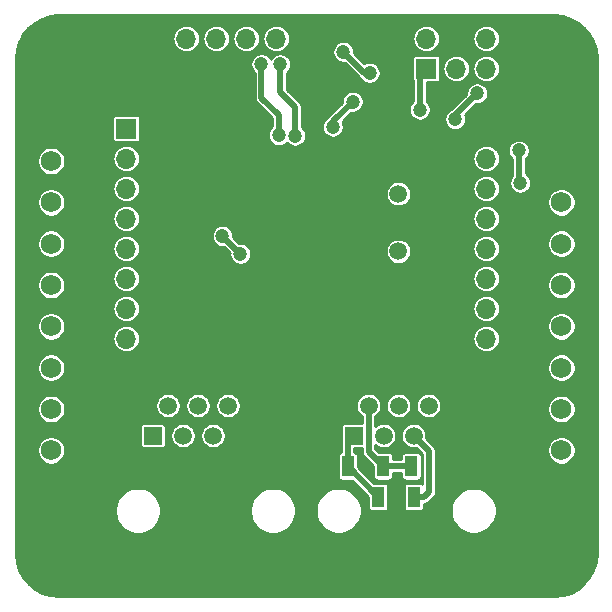
<source format=gbl>
G04 #@! TF.GenerationSoftware,KiCad,Pcbnew,5.1.4*
G04 #@! TF.CreationDate,2020-01-09T00:48:12+01:00*
G04 #@! TF.ProjectId,sejf,73656a66-2e6b-4696-9361-645f70636258,rev?*
G04 #@! TF.SameCoordinates,Original*
G04 #@! TF.FileFunction,Copper,L2,Bot*
G04 #@! TF.FilePolarity,Positive*
%FSLAX46Y46*%
G04 Gerber Fmt 4.6, Leading zero omitted, Abs format (unit mm)*
G04 Created by KiCad (PCBNEW 5.1.4) date 2020-01-09 00:48:12*
%MOMM*%
%LPD*%
G04 APERTURE LIST*
%ADD10R,1.050000X1.750000*%
%ADD11O,1.700000X1.700000*%
%ADD12R,1.700000X1.700000*%
%ADD13C,1.750000*%
%ADD14C,1.500000*%
%ADD15R,1.500000X1.500000*%
%ADD16C,0.800000*%
%ADD17C,6.400000*%
%ADD18C,1.200000*%
%ADD19C,0.500000*%
%ADD20C,0.254000*%
G04 APERTURE END LIST*
D10*
X123900000Y-106600000D03*
X126900000Y-106600000D03*
X121100000Y-109200000D03*
X124100000Y-109200000D03*
X118500000Y-106600000D03*
X121500000Y-106600000D03*
D11*
X130240000Y-70380000D03*
X130240000Y-72920000D03*
X127700000Y-70380000D03*
X127700000Y-72920000D03*
X125160000Y-70380000D03*
D12*
X125160000Y-72920000D03*
D13*
X136600000Y-105250000D03*
X136600000Y-101750000D03*
X136600000Y-98250000D03*
X136600000Y-94750000D03*
X136600000Y-91250000D03*
X136600000Y-87750000D03*
X136600000Y-84250000D03*
X136600000Y-80750000D03*
X93400000Y-105250000D03*
X93400000Y-101750000D03*
X93400000Y-98250000D03*
X93400000Y-94750000D03*
X93400000Y-91250000D03*
X93400000Y-87750000D03*
X93400000Y-84250000D03*
X93400000Y-80750000D03*
D12*
X99760000Y-70380000D03*
D11*
X102300000Y-70380000D03*
X104840000Y-70380000D03*
X107380000Y-70380000D03*
X109920000Y-70380000D03*
X112460000Y-70380000D03*
D14*
X127890000Y-101460000D03*
X126620000Y-104000000D03*
X125350000Y-101460000D03*
X124080000Y-104000000D03*
X122810000Y-101460000D03*
X121540000Y-104000000D03*
X120270000Y-101460000D03*
D15*
X119000000Y-104000000D03*
X102005000Y-104000000D03*
D14*
X103275000Y-101460000D03*
X104545000Y-104000000D03*
X105815000Y-101460000D03*
X107085000Y-104000000D03*
X108355000Y-101460000D03*
X109625000Y-104000000D03*
X110895000Y-101460000D03*
D11*
X130240000Y-95780000D03*
X130240000Y-93240000D03*
X130240000Y-90700000D03*
X130240000Y-88160000D03*
X130240000Y-85620000D03*
X130240000Y-83080000D03*
X130240000Y-80540000D03*
D12*
X130240000Y-78000000D03*
X99760000Y-78000000D03*
D11*
X99760000Y-80540000D03*
X99760000Y-83080000D03*
X99760000Y-85620000D03*
X99760000Y-88160000D03*
X99760000Y-90700000D03*
X99760000Y-93240000D03*
X99760000Y-95780000D03*
D16*
X137697056Y-112302944D03*
X136000000Y-111600000D03*
X134302944Y-112302944D03*
X133600000Y-114000000D03*
X134302944Y-115697056D03*
X136000000Y-116400000D03*
X137697056Y-115697056D03*
X138400000Y-114000000D03*
D17*
X136000000Y-114000000D03*
X136000000Y-72000000D03*
D16*
X138400000Y-72000000D03*
X137697056Y-73697056D03*
X136000000Y-74400000D03*
X134302944Y-73697056D03*
X133600000Y-72000000D03*
X134302944Y-70302944D03*
X136000000Y-69600000D03*
X137697056Y-70302944D03*
X95697056Y-112302944D03*
X94000000Y-111600000D03*
X92302944Y-112302944D03*
X91600000Y-114000000D03*
X92302944Y-115697056D03*
X94000000Y-116400000D03*
X95697056Y-115697056D03*
X96400000Y-114000000D03*
D17*
X94000000Y-114000000D03*
X94000000Y-72000000D03*
D16*
X96400000Y-72000000D03*
X95697056Y-73697056D03*
X94000000Y-74400000D03*
X92302944Y-73697056D03*
X91600000Y-72000000D03*
X92302944Y-70302944D03*
X94000000Y-69600000D03*
X95697056Y-70302944D03*
D14*
X122800000Y-88400000D03*
X122800000Y-83520000D03*
D18*
X114350000Y-82850000D03*
X110600000Y-98399990D03*
X121000000Y-82000000D03*
X116200000Y-88200000D03*
X132600000Y-102600000D03*
X122800000Y-86000000D03*
X118200000Y-93400000D03*
X120600000Y-88200000D03*
X114115623Y-74312582D03*
X113300000Y-96300000D03*
X106699998Y-94950010D03*
X105652578Y-92798210D03*
X106800000Y-81400000D03*
X105575000Y-87000000D03*
X117249988Y-77850003D03*
X118924936Y-75724936D03*
X118139869Y-71514869D03*
X120353458Y-73285487D03*
X114049392Y-78601482D03*
X112794275Y-72549967D03*
X112650001Y-78550001D03*
X111200000Y-72549959D03*
X107900000Y-87100000D03*
X109419471Y-88619471D03*
X132998320Y-79859827D03*
X133100000Y-82600000D03*
X127600000Y-77200000D03*
X129459998Y-75031090D03*
X124600000Y-76400000D03*
D19*
X126900000Y-104280000D02*
X126620000Y-104000000D01*
X126900000Y-106600000D02*
X126900000Y-104280000D01*
X117249988Y-77399884D02*
X118924936Y-75724936D01*
X117249988Y-77850003D02*
X117249988Y-77399884D01*
X118139869Y-71514869D02*
X119910487Y-73285487D01*
X119910487Y-73285487D02*
X120353458Y-73285487D01*
X114049392Y-78601482D02*
X114049392Y-76203394D01*
X112794275Y-74948277D02*
X112794275Y-72549967D01*
X114049392Y-76203394D02*
X112794275Y-74948277D01*
X111200000Y-75400000D02*
X111200000Y-72549959D01*
X112650001Y-76850001D02*
X111200000Y-75400000D01*
X112650001Y-78550001D02*
X112650001Y-76850001D01*
X107900000Y-87100000D02*
X109419471Y-88619471D01*
X132998320Y-82498320D02*
X133100000Y-82600000D01*
X132998320Y-79859827D02*
X132998320Y-82498320D01*
X127600000Y-77200000D02*
X127600000Y-76891088D01*
X127600000Y-76891088D02*
X129459998Y-75031090D01*
X124600000Y-73480000D02*
X125160000Y-72920000D01*
X124600000Y-76400000D02*
X124600000Y-73480000D01*
X125000000Y-109200000D02*
X124100000Y-109200000D01*
X125400000Y-108800000D02*
X125000000Y-109200000D01*
X124080000Y-104000000D02*
X125400000Y-105320000D01*
X125400000Y-105320000D02*
X125400000Y-108800000D01*
X121100000Y-109200000D02*
X118500000Y-106600000D01*
X118500000Y-104500000D02*
X119000000Y-104000000D01*
X118500000Y-106600000D02*
X118500000Y-104500000D01*
X123900000Y-106600000D02*
X121500000Y-106600000D01*
X120270000Y-105370000D02*
X120270000Y-101460000D01*
X121500000Y-106600000D02*
X120270000Y-105370000D01*
D20*
G36*
X136693602Y-68497055D02*
G01*
X137360782Y-68698489D01*
X137976138Y-69025680D01*
X138516216Y-69466157D01*
X138960452Y-70003147D01*
X139291930Y-70616202D01*
X139498016Y-71281959D01*
X139572981Y-71995199D01*
X139573000Y-72000619D01*
X139573001Y-113979107D01*
X139502944Y-114693604D01*
X139301510Y-115360784D01*
X138974322Y-115976134D01*
X138533845Y-116516214D01*
X137996853Y-116960452D01*
X137383799Y-117291929D01*
X136718040Y-117498016D01*
X136004801Y-117572981D01*
X135999381Y-117573000D01*
X94020883Y-117573000D01*
X93306396Y-117502944D01*
X92639216Y-117301510D01*
X92023866Y-116974322D01*
X91483786Y-116533845D01*
X91039548Y-115996853D01*
X90708071Y-115383799D01*
X90501984Y-114718040D01*
X90427019Y-114004801D01*
X90427000Y-113999381D01*
X90427000Y-110157745D01*
X98783000Y-110157745D01*
X98783000Y-110542255D01*
X98858014Y-110919377D01*
X99005160Y-111274619D01*
X99218783Y-111594328D01*
X99490672Y-111866217D01*
X99810381Y-112079840D01*
X100165623Y-112226986D01*
X100542745Y-112302000D01*
X100927255Y-112302000D01*
X101304377Y-112226986D01*
X101659619Y-112079840D01*
X101979328Y-111866217D01*
X102251217Y-111594328D01*
X102464840Y-111274619D01*
X102611986Y-110919377D01*
X102687000Y-110542255D01*
X102687000Y-110157745D01*
X110213000Y-110157745D01*
X110213000Y-110542255D01*
X110288014Y-110919377D01*
X110435160Y-111274619D01*
X110648783Y-111594328D01*
X110920672Y-111866217D01*
X111240381Y-112079840D01*
X111595623Y-112226986D01*
X111972745Y-112302000D01*
X112357255Y-112302000D01*
X112734377Y-112226986D01*
X113089619Y-112079840D01*
X113409328Y-111866217D01*
X113681217Y-111594328D01*
X113894840Y-111274619D01*
X114041986Y-110919377D01*
X114117000Y-110542255D01*
X114117000Y-110157745D01*
X115778000Y-110157745D01*
X115778000Y-110542255D01*
X115853014Y-110919377D01*
X116000160Y-111274619D01*
X116213783Y-111594328D01*
X116485672Y-111866217D01*
X116805381Y-112079840D01*
X117160623Y-112226986D01*
X117537745Y-112302000D01*
X117922255Y-112302000D01*
X118299377Y-112226986D01*
X118654619Y-112079840D01*
X118974328Y-111866217D01*
X119246217Y-111594328D01*
X119459840Y-111274619D01*
X119606986Y-110919377D01*
X119682000Y-110542255D01*
X119682000Y-110157745D01*
X119606986Y-109780623D01*
X119459840Y-109425381D01*
X119246217Y-109105672D01*
X118974328Y-108833783D01*
X118654619Y-108620160D01*
X118299377Y-108473014D01*
X117922255Y-108398000D01*
X117537745Y-108398000D01*
X117160623Y-108473014D01*
X116805381Y-108620160D01*
X116485672Y-108833783D01*
X116213783Y-109105672D01*
X116000160Y-109425381D01*
X115853014Y-109780623D01*
X115778000Y-110157745D01*
X114117000Y-110157745D01*
X114041986Y-109780623D01*
X113894840Y-109425381D01*
X113681217Y-109105672D01*
X113409328Y-108833783D01*
X113089619Y-108620160D01*
X112734377Y-108473014D01*
X112357255Y-108398000D01*
X111972745Y-108398000D01*
X111595623Y-108473014D01*
X111240381Y-108620160D01*
X110920672Y-108833783D01*
X110648783Y-109105672D01*
X110435160Y-109425381D01*
X110288014Y-109780623D01*
X110213000Y-110157745D01*
X102687000Y-110157745D01*
X102611986Y-109780623D01*
X102464840Y-109425381D01*
X102251217Y-109105672D01*
X101979328Y-108833783D01*
X101659619Y-108620160D01*
X101304377Y-108473014D01*
X100927255Y-108398000D01*
X100542745Y-108398000D01*
X100165623Y-108473014D01*
X99810381Y-108620160D01*
X99490672Y-108833783D01*
X99218783Y-109105672D01*
X99005160Y-109425381D01*
X98858014Y-109780623D01*
X98783000Y-110157745D01*
X90427000Y-110157745D01*
X90427000Y-105131613D01*
X92198000Y-105131613D01*
X92198000Y-105368387D01*
X92244192Y-105600610D01*
X92334801Y-105819361D01*
X92466346Y-106016230D01*
X92633770Y-106183654D01*
X92830639Y-106315199D01*
X93049390Y-106405808D01*
X93281613Y-106452000D01*
X93518387Y-106452000D01*
X93750610Y-106405808D01*
X93969361Y-106315199D01*
X94166230Y-106183654D01*
X94333654Y-106016230D01*
X94465199Y-105819361D01*
X94504284Y-105725000D01*
X117646418Y-105725000D01*
X117646418Y-107475000D01*
X117652732Y-107539103D01*
X117671430Y-107600743D01*
X117701794Y-107657550D01*
X117742657Y-107707343D01*
X117792450Y-107748206D01*
X117849257Y-107778570D01*
X117910897Y-107797268D01*
X117975000Y-107803582D01*
X118887581Y-107803582D01*
X120246418Y-109162420D01*
X120246418Y-110075000D01*
X120252732Y-110139103D01*
X120271430Y-110200743D01*
X120301794Y-110257550D01*
X120342657Y-110307343D01*
X120392450Y-110348206D01*
X120449257Y-110378570D01*
X120510897Y-110397268D01*
X120575000Y-110403582D01*
X121625000Y-110403582D01*
X121689103Y-110397268D01*
X121750743Y-110378570D01*
X121807550Y-110348206D01*
X121857343Y-110307343D01*
X121898206Y-110257550D01*
X121928570Y-110200743D01*
X121947268Y-110139103D01*
X121953582Y-110075000D01*
X121953582Y-108325000D01*
X121947268Y-108260897D01*
X121928570Y-108199257D01*
X121898206Y-108142450D01*
X121857343Y-108092657D01*
X121807550Y-108051794D01*
X121750743Y-108021430D01*
X121689103Y-108002732D01*
X121625000Y-107996418D01*
X120712420Y-107996418D01*
X119353582Y-106637581D01*
X119353582Y-105725000D01*
X119347268Y-105660897D01*
X119328570Y-105599257D01*
X119298206Y-105542450D01*
X119257343Y-105492657D01*
X119207550Y-105451794D01*
X119150743Y-105421430D01*
X119089103Y-105402732D01*
X119077000Y-105401540D01*
X119077000Y-105078582D01*
X119693000Y-105078582D01*
X119693000Y-105341669D01*
X119690210Y-105370000D01*
X119701349Y-105483111D01*
X119719176Y-105541876D01*
X119734343Y-105591875D01*
X119787921Y-105692114D01*
X119860026Y-105779974D01*
X119882038Y-105798039D01*
X120646418Y-106562419D01*
X120646418Y-107475000D01*
X120652732Y-107539103D01*
X120671430Y-107600743D01*
X120701794Y-107657550D01*
X120742657Y-107707343D01*
X120792450Y-107748206D01*
X120849257Y-107778570D01*
X120910897Y-107797268D01*
X120975000Y-107803582D01*
X122025000Y-107803582D01*
X122089103Y-107797268D01*
X122150743Y-107778570D01*
X122207550Y-107748206D01*
X122257343Y-107707343D01*
X122298206Y-107657550D01*
X122328570Y-107600743D01*
X122347268Y-107539103D01*
X122353582Y-107475000D01*
X122353582Y-107177000D01*
X123046418Y-107177000D01*
X123046418Y-107475000D01*
X123052732Y-107539103D01*
X123071430Y-107600743D01*
X123101794Y-107657550D01*
X123142657Y-107707343D01*
X123192450Y-107748206D01*
X123249257Y-107778570D01*
X123310897Y-107797268D01*
X123375000Y-107803582D01*
X124425000Y-107803582D01*
X124489103Y-107797268D01*
X124550743Y-107778570D01*
X124607550Y-107748206D01*
X124657343Y-107707343D01*
X124698206Y-107657550D01*
X124728570Y-107600743D01*
X124747268Y-107539103D01*
X124753582Y-107475000D01*
X124753582Y-105725000D01*
X124747268Y-105660897D01*
X124728570Y-105599257D01*
X124698206Y-105542450D01*
X124657343Y-105492657D01*
X124607550Y-105451794D01*
X124550743Y-105421430D01*
X124489103Y-105402732D01*
X124425000Y-105396418D01*
X123375000Y-105396418D01*
X123310897Y-105402732D01*
X123249257Y-105421430D01*
X123192450Y-105451794D01*
X123142657Y-105492657D01*
X123101794Y-105542450D01*
X123071430Y-105599257D01*
X123052732Y-105660897D01*
X123046418Y-105725000D01*
X123046418Y-106023000D01*
X122353582Y-106023000D01*
X122353582Y-105725000D01*
X122347268Y-105660897D01*
X122328570Y-105599257D01*
X122298206Y-105542450D01*
X122257343Y-105492657D01*
X122207550Y-105451794D01*
X122150743Y-105421430D01*
X122089103Y-105402732D01*
X122025000Y-105396418D01*
X121112419Y-105396418D01*
X120847000Y-105130999D01*
X120847000Y-104830107D01*
X120853453Y-104836560D01*
X121029849Y-104954425D01*
X121225851Y-105035611D01*
X121433925Y-105077000D01*
X121646075Y-105077000D01*
X121854149Y-105035611D01*
X122050151Y-104954425D01*
X122226547Y-104836560D01*
X122376560Y-104686547D01*
X122494425Y-104510151D01*
X122575611Y-104314149D01*
X122617000Y-104106075D01*
X122617000Y-103893925D01*
X123003000Y-103893925D01*
X123003000Y-104106075D01*
X123044389Y-104314149D01*
X123125575Y-104510151D01*
X123243440Y-104686547D01*
X123393453Y-104836560D01*
X123569849Y-104954425D01*
X123765851Y-105035611D01*
X123973925Y-105077000D01*
X124186075Y-105077000D01*
X124315295Y-105051296D01*
X124823000Y-105559001D01*
X124823001Y-108064474D01*
X124807550Y-108051794D01*
X124750743Y-108021430D01*
X124689103Y-108002732D01*
X124625000Y-107996418D01*
X123575000Y-107996418D01*
X123510897Y-108002732D01*
X123449257Y-108021430D01*
X123392450Y-108051794D01*
X123342657Y-108092657D01*
X123301794Y-108142450D01*
X123271430Y-108199257D01*
X123252732Y-108260897D01*
X123246418Y-108325000D01*
X123246418Y-110075000D01*
X123252732Y-110139103D01*
X123271430Y-110200743D01*
X123301794Y-110257550D01*
X123342657Y-110307343D01*
X123392450Y-110348206D01*
X123449257Y-110378570D01*
X123510897Y-110397268D01*
X123575000Y-110403582D01*
X124625000Y-110403582D01*
X124689103Y-110397268D01*
X124750743Y-110378570D01*
X124807550Y-110348206D01*
X124857343Y-110307343D01*
X124898206Y-110257550D01*
X124928570Y-110200743D01*
X124941613Y-110157745D01*
X127208000Y-110157745D01*
X127208000Y-110542255D01*
X127283014Y-110919377D01*
X127430160Y-111274619D01*
X127643783Y-111594328D01*
X127915672Y-111866217D01*
X128235381Y-112079840D01*
X128590623Y-112226986D01*
X128967745Y-112302000D01*
X129352255Y-112302000D01*
X129729377Y-112226986D01*
X130084619Y-112079840D01*
X130404328Y-111866217D01*
X130676217Y-111594328D01*
X130889840Y-111274619D01*
X131036986Y-110919377D01*
X131112000Y-110542255D01*
X131112000Y-110157745D01*
X131036986Y-109780623D01*
X130889840Y-109425381D01*
X130676217Y-109105672D01*
X130404328Y-108833783D01*
X130084619Y-108620160D01*
X129729377Y-108473014D01*
X129352255Y-108398000D01*
X128967745Y-108398000D01*
X128590623Y-108473014D01*
X128235381Y-108620160D01*
X127915672Y-108833783D01*
X127643783Y-109105672D01*
X127430160Y-109425381D01*
X127283014Y-109780623D01*
X127208000Y-110157745D01*
X124941613Y-110157745D01*
X124947268Y-110139103D01*
X124953582Y-110075000D01*
X124953582Y-109777000D01*
X124971669Y-109777000D01*
X125000000Y-109779790D01*
X125028331Y-109777000D01*
X125028336Y-109777000D01*
X125058045Y-109774074D01*
X125113111Y-109768651D01*
X125157770Y-109755103D01*
X125221876Y-109735657D01*
X125322115Y-109682079D01*
X125409974Y-109609974D01*
X125428039Y-109587962D01*
X125787962Y-109228039D01*
X125809974Y-109209974D01*
X125882079Y-109122115D01*
X125935657Y-109021876D01*
X125968650Y-108913112D01*
X125977000Y-108828336D01*
X125977000Y-108828330D01*
X125979790Y-108800001D01*
X125977000Y-108771672D01*
X125977000Y-105348331D01*
X125979790Y-105320000D01*
X125968651Y-105206888D01*
X125945816Y-105131613D01*
X135398000Y-105131613D01*
X135398000Y-105368387D01*
X135444192Y-105600610D01*
X135534801Y-105819361D01*
X135666346Y-106016230D01*
X135833770Y-106183654D01*
X136030639Y-106315199D01*
X136249390Y-106405808D01*
X136481613Y-106452000D01*
X136718387Y-106452000D01*
X136950610Y-106405808D01*
X137169361Y-106315199D01*
X137366230Y-106183654D01*
X137533654Y-106016230D01*
X137665199Y-105819361D01*
X137755808Y-105600610D01*
X137802000Y-105368387D01*
X137802000Y-105131613D01*
X137755808Y-104899390D01*
X137665199Y-104680639D01*
X137533654Y-104483770D01*
X137366230Y-104316346D01*
X137169361Y-104184801D01*
X136950610Y-104094192D01*
X136718387Y-104048000D01*
X136481613Y-104048000D01*
X136249390Y-104094192D01*
X136030639Y-104184801D01*
X135833770Y-104316346D01*
X135666346Y-104483770D01*
X135534801Y-104680639D01*
X135444192Y-104899390D01*
X135398000Y-105131613D01*
X125945816Y-105131613D01*
X125935657Y-105098125D01*
X125935657Y-105098124D01*
X125882079Y-104997885D01*
X125809974Y-104910026D01*
X125787963Y-104891962D01*
X125131296Y-104235295D01*
X125157000Y-104106075D01*
X125157000Y-103893925D01*
X125115611Y-103685851D01*
X125034425Y-103489849D01*
X124916560Y-103313453D01*
X124766547Y-103163440D01*
X124590151Y-103045575D01*
X124394149Y-102964389D01*
X124186075Y-102923000D01*
X123973925Y-102923000D01*
X123765851Y-102964389D01*
X123569849Y-103045575D01*
X123393453Y-103163440D01*
X123243440Y-103313453D01*
X123125575Y-103489849D01*
X123044389Y-103685851D01*
X123003000Y-103893925D01*
X122617000Y-103893925D01*
X122575611Y-103685851D01*
X122494425Y-103489849D01*
X122376560Y-103313453D01*
X122226547Y-103163440D01*
X122050151Y-103045575D01*
X121854149Y-102964389D01*
X121646075Y-102923000D01*
X121433925Y-102923000D01*
X121225851Y-102964389D01*
X121029849Y-103045575D01*
X120853453Y-103163440D01*
X120847000Y-103169893D01*
X120847000Y-102369758D01*
X120956547Y-102296560D01*
X121106560Y-102146547D01*
X121224425Y-101970151D01*
X121305611Y-101774149D01*
X121347000Y-101566075D01*
X121347000Y-101353925D01*
X121733000Y-101353925D01*
X121733000Y-101566075D01*
X121774389Y-101774149D01*
X121855575Y-101970151D01*
X121973440Y-102146547D01*
X122123453Y-102296560D01*
X122299849Y-102414425D01*
X122495851Y-102495611D01*
X122703925Y-102537000D01*
X122916075Y-102537000D01*
X123124149Y-102495611D01*
X123320151Y-102414425D01*
X123496547Y-102296560D01*
X123646560Y-102146547D01*
X123764425Y-101970151D01*
X123845611Y-101774149D01*
X123887000Y-101566075D01*
X123887000Y-101353925D01*
X124273000Y-101353925D01*
X124273000Y-101566075D01*
X124314389Y-101774149D01*
X124395575Y-101970151D01*
X124513440Y-102146547D01*
X124663453Y-102296560D01*
X124839849Y-102414425D01*
X125035851Y-102495611D01*
X125243925Y-102537000D01*
X125456075Y-102537000D01*
X125664149Y-102495611D01*
X125860151Y-102414425D01*
X126036547Y-102296560D01*
X126186560Y-102146547D01*
X126304425Y-101970151D01*
X126385611Y-101774149D01*
X126413963Y-101631613D01*
X135398000Y-101631613D01*
X135398000Y-101868387D01*
X135444192Y-102100610D01*
X135534801Y-102319361D01*
X135666346Y-102516230D01*
X135833770Y-102683654D01*
X136030639Y-102815199D01*
X136249390Y-102905808D01*
X136481613Y-102952000D01*
X136718387Y-102952000D01*
X136950610Y-102905808D01*
X137169361Y-102815199D01*
X137366230Y-102683654D01*
X137533654Y-102516230D01*
X137665199Y-102319361D01*
X137755808Y-102100610D01*
X137802000Y-101868387D01*
X137802000Y-101631613D01*
X137755808Y-101399390D01*
X137665199Y-101180639D01*
X137533654Y-100983770D01*
X137366230Y-100816346D01*
X137169361Y-100684801D01*
X136950610Y-100594192D01*
X136718387Y-100548000D01*
X136481613Y-100548000D01*
X136249390Y-100594192D01*
X136030639Y-100684801D01*
X135833770Y-100816346D01*
X135666346Y-100983770D01*
X135534801Y-101180639D01*
X135444192Y-101399390D01*
X135398000Y-101631613D01*
X126413963Y-101631613D01*
X126427000Y-101566075D01*
X126427000Y-101353925D01*
X126385611Y-101145851D01*
X126304425Y-100949849D01*
X126186560Y-100773453D01*
X126036547Y-100623440D01*
X125860151Y-100505575D01*
X125664149Y-100424389D01*
X125456075Y-100383000D01*
X125243925Y-100383000D01*
X125035851Y-100424389D01*
X124839849Y-100505575D01*
X124663453Y-100623440D01*
X124513440Y-100773453D01*
X124395575Y-100949849D01*
X124314389Y-101145851D01*
X124273000Y-101353925D01*
X123887000Y-101353925D01*
X123845611Y-101145851D01*
X123764425Y-100949849D01*
X123646560Y-100773453D01*
X123496547Y-100623440D01*
X123320151Y-100505575D01*
X123124149Y-100424389D01*
X122916075Y-100383000D01*
X122703925Y-100383000D01*
X122495851Y-100424389D01*
X122299849Y-100505575D01*
X122123453Y-100623440D01*
X121973440Y-100773453D01*
X121855575Y-100949849D01*
X121774389Y-101145851D01*
X121733000Y-101353925D01*
X121347000Y-101353925D01*
X121305611Y-101145851D01*
X121224425Y-100949849D01*
X121106560Y-100773453D01*
X120956547Y-100623440D01*
X120780151Y-100505575D01*
X120584149Y-100424389D01*
X120376075Y-100383000D01*
X120163925Y-100383000D01*
X119955851Y-100424389D01*
X119759849Y-100505575D01*
X119583453Y-100623440D01*
X119433440Y-100773453D01*
X119315575Y-100949849D01*
X119234389Y-101145851D01*
X119193000Y-101353925D01*
X119193000Y-101566075D01*
X119234389Y-101774149D01*
X119315575Y-101970151D01*
X119433440Y-102146547D01*
X119583453Y-102296560D01*
X119693001Y-102369758D01*
X119693001Y-102921418D01*
X118250000Y-102921418D01*
X118185897Y-102927732D01*
X118124257Y-102946430D01*
X118067450Y-102976794D01*
X118017657Y-103017657D01*
X117976794Y-103067450D01*
X117946430Y-103124257D01*
X117927732Y-103185897D01*
X117921418Y-103250000D01*
X117921418Y-104487733D01*
X117920210Y-104500000D01*
X117921418Y-104512267D01*
X117921418Y-104750000D01*
X117923001Y-104766070D01*
X117923001Y-105401540D01*
X117910897Y-105402732D01*
X117849257Y-105421430D01*
X117792450Y-105451794D01*
X117742657Y-105492657D01*
X117701794Y-105542450D01*
X117671430Y-105599257D01*
X117652732Y-105660897D01*
X117646418Y-105725000D01*
X94504284Y-105725000D01*
X94555808Y-105600610D01*
X94602000Y-105368387D01*
X94602000Y-105131613D01*
X94555808Y-104899390D01*
X94465199Y-104680639D01*
X94333654Y-104483770D01*
X94166230Y-104316346D01*
X93969361Y-104184801D01*
X93750610Y-104094192D01*
X93518387Y-104048000D01*
X93281613Y-104048000D01*
X93049390Y-104094192D01*
X92830639Y-104184801D01*
X92633770Y-104316346D01*
X92466346Y-104483770D01*
X92334801Y-104680639D01*
X92244192Y-104899390D01*
X92198000Y-105131613D01*
X90427000Y-105131613D01*
X90427000Y-103250000D01*
X100926418Y-103250000D01*
X100926418Y-104750000D01*
X100932732Y-104814103D01*
X100951430Y-104875743D01*
X100981794Y-104932550D01*
X101022657Y-104982343D01*
X101072450Y-105023206D01*
X101129257Y-105053570D01*
X101190897Y-105072268D01*
X101255000Y-105078582D01*
X102755000Y-105078582D01*
X102819103Y-105072268D01*
X102880743Y-105053570D01*
X102937550Y-105023206D01*
X102987343Y-104982343D01*
X103028206Y-104932550D01*
X103058570Y-104875743D01*
X103077268Y-104814103D01*
X103083582Y-104750000D01*
X103083582Y-103893925D01*
X103468000Y-103893925D01*
X103468000Y-104106075D01*
X103509389Y-104314149D01*
X103590575Y-104510151D01*
X103708440Y-104686547D01*
X103858453Y-104836560D01*
X104034849Y-104954425D01*
X104230851Y-105035611D01*
X104438925Y-105077000D01*
X104651075Y-105077000D01*
X104859149Y-105035611D01*
X105055151Y-104954425D01*
X105231547Y-104836560D01*
X105381560Y-104686547D01*
X105499425Y-104510151D01*
X105580611Y-104314149D01*
X105622000Y-104106075D01*
X105622000Y-103893925D01*
X106008000Y-103893925D01*
X106008000Y-104106075D01*
X106049389Y-104314149D01*
X106130575Y-104510151D01*
X106248440Y-104686547D01*
X106398453Y-104836560D01*
X106574849Y-104954425D01*
X106770851Y-105035611D01*
X106978925Y-105077000D01*
X107191075Y-105077000D01*
X107399149Y-105035611D01*
X107595151Y-104954425D01*
X107771547Y-104836560D01*
X107921560Y-104686547D01*
X108039425Y-104510151D01*
X108120611Y-104314149D01*
X108162000Y-104106075D01*
X108162000Y-103893925D01*
X108120611Y-103685851D01*
X108039425Y-103489849D01*
X107921560Y-103313453D01*
X107771547Y-103163440D01*
X107595151Y-103045575D01*
X107399149Y-102964389D01*
X107191075Y-102923000D01*
X106978925Y-102923000D01*
X106770851Y-102964389D01*
X106574849Y-103045575D01*
X106398453Y-103163440D01*
X106248440Y-103313453D01*
X106130575Y-103489849D01*
X106049389Y-103685851D01*
X106008000Y-103893925D01*
X105622000Y-103893925D01*
X105580611Y-103685851D01*
X105499425Y-103489849D01*
X105381560Y-103313453D01*
X105231547Y-103163440D01*
X105055151Y-103045575D01*
X104859149Y-102964389D01*
X104651075Y-102923000D01*
X104438925Y-102923000D01*
X104230851Y-102964389D01*
X104034849Y-103045575D01*
X103858453Y-103163440D01*
X103708440Y-103313453D01*
X103590575Y-103489849D01*
X103509389Y-103685851D01*
X103468000Y-103893925D01*
X103083582Y-103893925D01*
X103083582Y-103250000D01*
X103077268Y-103185897D01*
X103058570Y-103124257D01*
X103028206Y-103067450D01*
X102987343Y-103017657D01*
X102937550Y-102976794D01*
X102880743Y-102946430D01*
X102819103Y-102927732D01*
X102755000Y-102921418D01*
X101255000Y-102921418D01*
X101190897Y-102927732D01*
X101129257Y-102946430D01*
X101072450Y-102976794D01*
X101022657Y-103017657D01*
X100981794Y-103067450D01*
X100951430Y-103124257D01*
X100932732Y-103185897D01*
X100926418Y-103250000D01*
X90427000Y-103250000D01*
X90427000Y-101631613D01*
X92198000Y-101631613D01*
X92198000Y-101868387D01*
X92244192Y-102100610D01*
X92334801Y-102319361D01*
X92466346Y-102516230D01*
X92633770Y-102683654D01*
X92830639Y-102815199D01*
X93049390Y-102905808D01*
X93281613Y-102952000D01*
X93518387Y-102952000D01*
X93750610Y-102905808D01*
X93969361Y-102815199D01*
X94166230Y-102683654D01*
X94333654Y-102516230D01*
X94465199Y-102319361D01*
X94555808Y-102100610D01*
X94602000Y-101868387D01*
X94602000Y-101631613D01*
X94555808Y-101399390D01*
X94536976Y-101353925D01*
X102198000Y-101353925D01*
X102198000Y-101566075D01*
X102239389Y-101774149D01*
X102320575Y-101970151D01*
X102438440Y-102146547D01*
X102588453Y-102296560D01*
X102764849Y-102414425D01*
X102960851Y-102495611D01*
X103168925Y-102537000D01*
X103381075Y-102537000D01*
X103589149Y-102495611D01*
X103785151Y-102414425D01*
X103961547Y-102296560D01*
X104111560Y-102146547D01*
X104229425Y-101970151D01*
X104310611Y-101774149D01*
X104352000Y-101566075D01*
X104352000Y-101353925D01*
X104738000Y-101353925D01*
X104738000Y-101566075D01*
X104779389Y-101774149D01*
X104860575Y-101970151D01*
X104978440Y-102146547D01*
X105128453Y-102296560D01*
X105304849Y-102414425D01*
X105500851Y-102495611D01*
X105708925Y-102537000D01*
X105921075Y-102537000D01*
X106129149Y-102495611D01*
X106325151Y-102414425D01*
X106501547Y-102296560D01*
X106651560Y-102146547D01*
X106769425Y-101970151D01*
X106850611Y-101774149D01*
X106892000Y-101566075D01*
X106892000Y-101353925D01*
X107278000Y-101353925D01*
X107278000Y-101566075D01*
X107319389Y-101774149D01*
X107400575Y-101970151D01*
X107518440Y-102146547D01*
X107668453Y-102296560D01*
X107844849Y-102414425D01*
X108040851Y-102495611D01*
X108248925Y-102537000D01*
X108461075Y-102537000D01*
X108669149Y-102495611D01*
X108865151Y-102414425D01*
X109041547Y-102296560D01*
X109191560Y-102146547D01*
X109309425Y-101970151D01*
X109390611Y-101774149D01*
X109432000Y-101566075D01*
X109432000Y-101353925D01*
X109390611Y-101145851D01*
X109309425Y-100949849D01*
X109191560Y-100773453D01*
X109041547Y-100623440D01*
X108865151Y-100505575D01*
X108669149Y-100424389D01*
X108461075Y-100383000D01*
X108248925Y-100383000D01*
X108040851Y-100424389D01*
X107844849Y-100505575D01*
X107668453Y-100623440D01*
X107518440Y-100773453D01*
X107400575Y-100949849D01*
X107319389Y-101145851D01*
X107278000Y-101353925D01*
X106892000Y-101353925D01*
X106850611Y-101145851D01*
X106769425Y-100949849D01*
X106651560Y-100773453D01*
X106501547Y-100623440D01*
X106325151Y-100505575D01*
X106129149Y-100424389D01*
X105921075Y-100383000D01*
X105708925Y-100383000D01*
X105500851Y-100424389D01*
X105304849Y-100505575D01*
X105128453Y-100623440D01*
X104978440Y-100773453D01*
X104860575Y-100949849D01*
X104779389Y-101145851D01*
X104738000Y-101353925D01*
X104352000Y-101353925D01*
X104310611Y-101145851D01*
X104229425Y-100949849D01*
X104111560Y-100773453D01*
X103961547Y-100623440D01*
X103785151Y-100505575D01*
X103589149Y-100424389D01*
X103381075Y-100383000D01*
X103168925Y-100383000D01*
X102960851Y-100424389D01*
X102764849Y-100505575D01*
X102588453Y-100623440D01*
X102438440Y-100773453D01*
X102320575Y-100949849D01*
X102239389Y-101145851D01*
X102198000Y-101353925D01*
X94536976Y-101353925D01*
X94465199Y-101180639D01*
X94333654Y-100983770D01*
X94166230Y-100816346D01*
X93969361Y-100684801D01*
X93750610Y-100594192D01*
X93518387Y-100548000D01*
X93281613Y-100548000D01*
X93049390Y-100594192D01*
X92830639Y-100684801D01*
X92633770Y-100816346D01*
X92466346Y-100983770D01*
X92334801Y-101180639D01*
X92244192Y-101399390D01*
X92198000Y-101631613D01*
X90427000Y-101631613D01*
X90427000Y-98131613D01*
X92198000Y-98131613D01*
X92198000Y-98368387D01*
X92244192Y-98600610D01*
X92334801Y-98819361D01*
X92466346Y-99016230D01*
X92633770Y-99183654D01*
X92830639Y-99315199D01*
X93049390Y-99405808D01*
X93281613Y-99452000D01*
X93518387Y-99452000D01*
X93750610Y-99405808D01*
X93969361Y-99315199D01*
X94166230Y-99183654D01*
X94333654Y-99016230D01*
X94465199Y-98819361D01*
X94555808Y-98600610D01*
X94602000Y-98368387D01*
X94602000Y-98131613D01*
X135398000Y-98131613D01*
X135398000Y-98368387D01*
X135444192Y-98600610D01*
X135534801Y-98819361D01*
X135666346Y-99016230D01*
X135833770Y-99183654D01*
X136030639Y-99315199D01*
X136249390Y-99405808D01*
X136481613Y-99452000D01*
X136718387Y-99452000D01*
X136950610Y-99405808D01*
X137169361Y-99315199D01*
X137366230Y-99183654D01*
X137533654Y-99016230D01*
X137665199Y-98819361D01*
X137755808Y-98600610D01*
X137802000Y-98368387D01*
X137802000Y-98131613D01*
X137755808Y-97899390D01*
X137665199Y-97680639D01*
X137533654Y-97483770D01*
X137366230Y-97316346D01*
X137169361Y-97184801D01*
X136950610Y-97094192D01*
X136718387Y-97048000D01*
X136481613Y-97048000D01*
X136249390Y-97094192D01*
X136030639Y-97184801D01*
X135833770Y-97316346D01*
X135666346Y-97483770D01*
X135534801Y-97680639D01*
X135444192Y-97899390D01*
X135398000Y-98131613D01*
X94602000Y-98131613D01*
X94555808Y-97899390D01*
X94465199Y-97680639D01*
X94333654Y-97483770D01*
X94166230Y-97316346D01*
X93969361Y-97184801D01*
X93750610Y-97094192D01*
X93518387Y-97048000D01*
X93281613Y-97048000D01*
X93049390Y-97094192D01*
X92830639Y-97184801D01*
X92633770Y-97316346D01*
X92466346Y-97483770D01*
X92334801Y-97680639D01*
X92244192Y-97899390D01*
X92198000Y-98131613D01*
X90427000Y-98131613D01*
X90427000Y-94631613D01*
X92198000Y-94631613D01*
X92198000Y-94868387D01*
X92244192Y-95100610D01*
X92334801Y-95319361D01*
X92466346Y-95516230D01*
X92633770Y-95683654D01*
X92830639Y-95815199D01*
X93049390Y-95905808D01*
X93281613Y-95952000D01*
X93518387Y-95952000D01*
X93750610Y-95905808D01*
X93969361Y-95815199D01*
X94022039Y-95780000D01*
X98577306Y-95780000D01*
X98600031Y-96010732D01*
X98667333Y-96232597D01*
X98776626Y-96437070D01*
X98923709Y-96616291D01*
X99102930Y-96763374D01*
X99307403Y-96872667D01*
X99529268Y-96939969D01*
X99702188Y-96957000D01*
X99817812Y-96957000D01*
X99990732Y-96939969D01*
X100212597Y-96872667D01*
X100417070Y-96763374D01*
X100596291Y-96616291D01*
X100743374Y-96437070D01*
X100852667Y-96232597D01*
X100919969Y-96010732D01*
X100942694Y-95780000D01*
X129057306Y-95780000D01*
X129080031Y-96010732D01*
X129147333Y-96232597D01*
X129256626Y-96437070D01*
X129403709Y-96616291D01*
X129582930Y-96763374D01*
X129787403Y-96872667D01*
X130009268Y-96939969D01*
X130182188Y-96957000D01*
X130297812Y-96957000D01*
X130470732Y-96939969D01*
X130692597Y-96872667D01*
X130897070Y-96763374D01*
X131076291Y-96616291D01*
X131223374Y-96437070D01*
X131332667Y-96232597D01*
X131399969Y-96010732D01*
X131422694Y-95780000D01*
X131399969Y-95549268D01*
X131332667Y-95327403D01*
X131223374Y-95122930D01*
X131076291Y-94943709D01*
X130897070Y-94796626D01*
X130692597Y-94687333D01*
X130508913Y-94631613D01*
X135398000Y-94631613D01*
X135398000Y-94868387D01*
X135444192Y-95100610D01*
X135534801Y-95319361D01*
X135666346Y-95516230D01*
X135833770Y-95683654D01*
X136030639Y-95815199D01*
X136249390Y-95905808D01*
X136481613Y-95952000D01*
X136718387Y-95952000D01*
X136950610Y-95905808D01*
X137169361Y-95815199D01*
X137366230Y-95683654D01*
X137533654Y-95516230D01*
X137665199Y-95319361D01*
X137755808Y-95100610D01*
X137802000Y-94868387D01*
X137802000Y-94631613D01*
X137755808Y-94399390D01*
X137665199Y-94180639D01*
X137533654Y-93983770D01*
X137366230Y-93816346D01*
X137169361Y-93684801D01*
X136950610Y-93594192D01*
X136718387Y-93548000D01*
X136481613Y-93548000D01*
X136249390Y-93594192D01*
X136030639Y-93684801D01*
X135833770Y-93816346D01*
X135666346Y-93983770D01*
X135534801Y-94180639D01*
X135444192Y-94399390D01*
X135398000Y-94631613D01*
X130508913Y-94631613D01*
X130470732Y-94620031D01*
X130297812Y-94603000D01*
X130182188Y-94603000D01*
X130009268Y-94620031D01*
X129787403Y-94687333D01*
X129582930Y-94796626D01*
X129403709Y-94943709D01*
X129256626Y-95122930D01*
X129147333Y-95327403D01*
X129080031Y-95549268D01*
X129057306Y-95780000D01*
X100942694Y-95780000D01*
X100919969Y-95549268D01*
X100852667Y-95327403D01*
X100743374Y-95122930D01*
X100596291Y-94943709D01*
X100417070Y-94796626D01*
X100212597Y-94687333D01*
X99990732Y-94620031D01*
X99817812Y-94603000D01*
X99702188Y-94603000D01*
X99529268Y-94620031D01*
X99307403Y-94687333D01*
X99102930Y-94796626D01*
X98923709Y-94943709D01*
X98776626Y-95122930D01*
X98667333Y-95327403D01*
X98600031Y-95549268D01*
X98577306Y-95780000D01*
X94022039Y-95780000D01*
X94166230Y-95683654D01*
X94333654Y-95516230D01*
X94465199Y-95319361D01*
X94555808Y-95100610D01*
X94602000Y-94868387D01*
X94602000Y-94631613D01*
X94555808Y-94399390D01*
X94465199Y-94180639D01*
X94333654Y-93983770D01*
X94166230Y-93816346D01*
X93969361Y-93684801D01*
X93750610Y-93594192D01*
X93518387Y-93548000D01*
X93281613Y-93548000D01*
X93049390Y-93594192D01*
X92830639Y-93684801D01*
X92633770Y-93816346D01*
X92466346Y-93983770D01*
X92334801Y-94180639D01*
X92244192Y-94399390D01*
X92198000Y-94631613D01*
X90427000Y-94631613D01*
X90427000Y-93240000D01*
X98577306Y-93240000D01*
X98600031Y-93470732D01*
X98667333Y-93692597D01*
X98776626Y-93897070D01*
X98923709Y-94076291D01*
X99102930Y-94223374D01*
X99307403Y-94332667D01*
X99529268Y-94399969D01*
X99702188Y-94417000D01*
X99817812Y-94417000D01*
X99990732Y-94399969D01*
X100212597Y-94332667D01*
X100417070Y-94223374D01*
X100596291Y-94076291D01*
X100743374Y-93897070D01*
X100852667Y-93692597D01*
X100919969Y-93470732D01*
X100942694Y-93240000D01*
X129057306Y-93240000D01*
X129080031Y-93470732D01*
X129147333Y-93692597D01*
X129256626Y-93897070D01*
X129403709Y-94076291D01*
X129582930Y-94223374D01*
X129787403Y-94332667D01*
X130009268Y-94399969D01*
X130182188Y-94417000D01*
X130297812Y-94417000D01*
X130470732Y-94399969D01*
X130692597Y-94332667D01*
X130897070Y-94223374D01*
X131076291Y-94076291D01*
X131223374Y-93897070D01*
X131332667Y-93692597D01*
X131399969Y-93470732D01*
X131422694Y-93240000D01*
X131399969Y-93009268D01*
X131332667Y-92787403D01*
X131223374Y-92582930D01*
X131076291Y-92403709D01*
X130897070Y-92256626D01*
X130692597Y-92147333D01*
X130470732Y-92080031D01*
X130297812Y-92063000D01*
X130182188Y-92063000D01*
X130009268Y-92080031D01*
X129787403Y-92147333D01*
X129582930Y-92256626D01*
X129403709Y-92403709D01*
X129256626Y-92582930D01*
X129147333Y-92787403D01*
X129080031Y-93009268D01*
X129057306Y-93240000D01*
X100942694Y-93240000D01*
X100919969Y-93009268D01*
X100852667Y-92787403D01*
X100743374Y-92582930D01*
X100596291Y-92403709D01*
X100417070Y-92256626D01*
X100212597Y-92147333D01*
X99990732Y-92080031D01*
X99817812Y-92063000D01*
X99702188Y-92063000D01*
X99529268Y-92080031D01*
X99307403Y-92147333D01*
X99102930Y-92256626D01*
X98923709Y-92403709D01*
X98776626Y-92582930D01*
X98667333Y-92787403D01*
X98600031Y-93009268D01*
X98577306Y-93240000D01*
X90427000Y-93240000D01*
X90427000Y-91131613D01*
X92198000Y-91131613D01*
X92198000Y-91368387D01*
X92244192Y-91600610D01*
X92334801Y-91819361D01*
X92466346Y-92016230D01*
X92633770Y-92183654D01*
X92830639Y-92315199D01*
X93049390Y-92405808D01*
X93281613Y-92452000D01*
X93518387Y-92452000D01*
X93750610Y-92405808D01*
X93969361Y-92315199D01*
X94166230Y-92183654D01*
X94333654Y-92016230D01*
X94465199Y-91819361D01*
X94555808Y-91600610D01*
X94602000Y-91368387D01*
X94602000Y-91131613D01*
X94555808Y-90899390D01*
X94473219Y-90700000D01*
X98577306Y-90700000D01*
X98600031Y-90930732D01*
X98667333Y-91152597D01*
X98776626Y-91357070D01*
X98923709Y-91536291D01*
X99102930Y-91683374D01*
X99307403Y-91792667D01*
X99529268Y-91859969D01*
X99702188Y-91877000D01*
X99817812Y-91877000D01*
X99990732Y-91859969D01*
X100212597Y-91792667D01*
X100417070Y-91683374D01*
X100596291Y-91536291D01*
X100743374Y-91357070D01*
X100852667Y-91152597D01*
X100919969Y-90930732D01*
X100942694Y-90700000D01*
X129057306Y-90700000D01*
X129080031Y-90930732D01*
X129147333Y-91152597D01*
X129256626Y-91357070D01*
X129403709Y-91536291D01*
X129582930Y-91683374D01*
X129787403Y-91792667D01*
X130009268Y-91859969D01*
X130182188Y-91877000D01*
X130297812Y-91877000D01*
X130470732Y-91859969D01*
X130692597Y-91792667D01*
X130897070Y-91683374D01*
X131076291Y-91536291D01*
X131223374Y-91357070D01*
X131332667Y-91152597D01*
X131339032Y-91131613D01*
X135398000Y-91131613D01*
X135398000Y-91368387D01*
X135444192Y-91600610D01*
X135534801Y-91819361D01*
X135666346Y-92016230D01*
X135833770Y-92183654D01*
X136030639Y-92315199D01*
X136249390Y-92405808D01*
X136481613Y-92452000D01*
X136718387Y-92452000D01*
X136950610Y-92405808D01*
X137169361Y-92315199D01*
X137366230Y-92183654D01*
X137533654Y-92016230D01*
X137665199Y-91819361D01*
X137755808Y-91600610D01*
X137802000Y-91368387D01*
X137802000Y-91131613D01*
X137755808Y-90899390D01*
X137665199Y-90680639D01*
X137533654Y-90483770D01*
X137366230Y-90316346D01*
X137169361Y-90184801D01*
X136950610Y-90094192D01*
X136718387Y-90048000D01*
X136481613Y-90048000D01*
X136249390Y-90094192D01*
X136030639Y-90184801D01*
X135833770Y-90316346D01*
X135666346Y-90483770D01*
X135534801Y-90680639D01*
X135444192Y-90899390D01*
X135398000Y-91131613D01*
X131339032Y-91131613D01*
X131399969Y-90930732D01*
X131422694Y-90700000D01*
X131399969Y-90469268D01*
X131332667Y-90247403D01*
X131223374Y-90042930D01*
X131076291Y-89863709D01*
X130897070Y-89716626D01*
X130692597Y-89607333D01*
X130470732Y-89540031D01*
X130297812Y-89523000D01*
X130182188Y-89523000D01*
X130009268Y-89540031D01*
X129787403Y-89607333D01*
X129582930Y-89716626D01*
X129403709Y-89863709D01*
X129256626Y-90042930D01*
X129147333Y-90247403D01*
X129080031Y-90469268D01*
X129057306Y-90700000D01*
X100942694Y-90700000D01*
X100919969Y-90469268D01*
X100852667Y-90247403D01*
X100743374Y-90042930D01*
X100596291Y-89863709D01*
X100417070Y-89716626D01*
X100212597Y-89607333D01*
X99990732Y-89540031D01*
X99817812Y-89523000D01*
X99702188Y-89523000D01*
X99529268Y-89540031D01*
X99307403Y-89607333D01*
X99102930Y-89716626D01*
X98923709Y-89863709D01*
X98776626Y-90042930D01*
X98667333Y-90247403D01*
X98600031Y-90469268D01*
X98577306Y-90700000D01*
X94473219Y-90700000D01*
X94465199Y-90680639D01*
X94333654Y-90483770D01*
X94166230Y-90316346D01*
X93969361Y-90184801D01*
X93750610Y-90094192D01*
X93518387Y-90048000D01*
X93281613Y-90048000D01*
X93049390Y-90094192D01*
X92830639Y-90184801D01*
X92633770Y-90316346D01*
X92466346Y-90483770D01*
X92334801Y-90680639D01*
X92244192Y-90899390D01*
X92198000Y-91131613D01*
X90427000Y-91131613D01*
X90427000Y-87631613D01*
X92198000Y-87631613D01*
X92198000Y-87868387D01*
X92244192Y-88100610D01*
X92334801Y-88319361D01*
X92466346Y-88516230D01*
X92633770Y-88683654D01*
X92830639Y-88815199D01*
X93049390Y-88905808D01*
X93281613Y-88952000D01*
X93518387Y-88952000D01*
X93750610Y-88905808D01*
X93969361Y-88815199D01*
X94166230Y-88683654D01*
X94333654Y-88516230D01*
X94465199Y-88319361D01*
X94531208Y-88160000D01*
X98577306Y-88160000D01*
X98600031Y-88390732D01*
X98667333Y-88612597D01*
X98776626Y-88817070D01*
X98923709Y-88996291D01*
X99102930Y-89143374D01*
X99307403Y-89252667D01*
X99529268Y-89319969D01*
X99702188Y-89337000D01*
X99817812Y-89337000D01*
X99990732Y-89319969D01*
X100212597Y-89252667D01*
X100417070Y-89143374D01*
X100596291Y-88996291D01*
X100743374Y-88817070D01*
X100852667Y-88612597D01*
X100919969Y-88390732D01*
X100942694Y-88160000D01*
X100919969Y-87929268D01*
X100852667Y-87707403D01*
X100743374Y-87502930D01*
X100596291Y-87323709D01*
X100417070Y-87176626D01*
X100212597Y-87067333D01*
X100019307Y-87008699D01*
X106973000Y-87008699D01*
X106973000Y-87191301D01*
X107008624Y-87370396D01*
X107078504Y-87539099D01*
X107179952Y-87690928D01*
X107309072Y-87820048D01*
X107460901Y-87921496D01*
X107629604Y-87991376D01*
X107808699Y-88027000D01*
X107991301Y-88027000D01*
X108007731Y-88023732D01*
X108495739Y-88511740D01*
X108492471Y-88528170D01*
X108492471Y-88710772D01*
X108528095Y-88889867D01*
X108597975Y-89058570D01*
X108699423Y-89210399D01*
X108828543Y-89339519D01*
X108980372Y-89440967D01*
X109149075Y-89510847D01*
X109328170Y-89546471D01*
X109510772Y-89546471D01*
X109689867Y-89510847D01*
X109858570Y-89440967D01*
X110010399Y-89339519D01*
X110139519Y-89210399D01*
X110240967Y-89058570D01*
X110310847Y-88889867D01*
X110346471Y-88710772D01*
X110346471Y-88528170D01*
X110310847Y-88349075D01*
X110288003Y-88293925D01*
X121723000Y-88293925D01*
X121723000Y-88506075D01*
X121764389Y-88714149D01*
X121845575Y-88910151D01*
X121963440Y-89086547D01*
X122113453Y-89236560D01*
X122289849Y-89354425D01*
X122485851Y-89435611D01*
X122693925Y-89477000D01*
X122906075Y-89477000D01*
X123114149Y-89435611D01*
X123310151Y-89354425D01*
X123486547Y-89236560D01*
X123636560Y-89086547D01*
X123754425Y-88910151D01*
X123835611Y-88714149D01*
X123877000Y-88506075D01*
X123877000Y-88293925D01*
X123850361Y-88160000D01*
X129057306Y-88160000D01*
X129080031Y-88390732D01*
X129147333Y-88612597D01*
X129256626Y-88817070D01*
X129403709Y-88996291D01*
X129582930Y-89143374D01*
X129787403Y-89252667D01*
X130009268Y-89319969D01*
X130182188Y-89337000D01*
X130297812Y-89337000D01*
X130470732Y-89319969D01*
X130692597Y-89252667D01*
X130897070Y-89143374D01*
X131076291Y-88996291D01*
X131223374Y-88817070D01*
X131332667Y-88612597D01*
X131399969Y-88390732D01*
X131422694Y-88160000D01*
X131399969Y-87929268D01*
X131332667Y-87707403D01*
X131292157Y-87631613D01*
X135398000Y-87631613D01*
X135398000Y-87868387D01*
X135444192Y-88100610D01*
X135534801Y-88319361D01*
X135666346Y-88516230D01*
X135833770Y-88683654D01*
X136030639Y-88815199D01*
X136249390Y-88905808D01*
X136481613Y-88952000D01*
X136718387Y-88952000D01*
X136950610Y-88905808D01*
X137169361Y-88815199D01*
X137366230Y-88683654D01*
X137533654Y-88516230D01*
X137665199Y-88319361D01*
X137755808Y-88100610D01*
X137802000Y-87868387D01*
X137802000Y-87631613D01*
X137755808Y-87399390D01*
X137665199Y-87180639D01*
X137533654Y-86983770D01*
X137366230Y-86816346D01*
X137169361Y-86684801D01*
X136950610Y-86594192D01*
X136718387Y-86548000D01*
X136481613Y-86548000D01*
X136249390Y-86594192D01*
X136030639Y-86684801D01*
X135833770Y-86816346D01*
X135666346Y-86983770D01*
X135534801Y-87180639D01*
X135444192Y-87399390D01*
X135398000Y-87631613D01*
X131292157Y-87631613D01*
X131223374Y-87502930D01*
X131076291Y-87323709D01*
X130897070Y-87176626D01*
X130692597Y-87067333D01*
X130470732Y-87000031D01*
X130297812Y-86983000D01*
X130182188Y-86983000D01*
X130009268Y-87000031D01*
X129787403Y-87067333D01*
X129582930Y-87176626D01*
X129403709Y-87323709D01*
X129256626Y-87502930D01*
X129147333Y-87707403D01*
X129080031Y-87929268D01*
X129057306Y-88160000D01*
X123850361Y-88160000D01*
X123835611Y-88085851D01*
X123754425Y-87889849D01*
X123636560Y-87713453D01*
X123486547Y-87563440D01*
X123310151Y-87445575D01*
X123114149Y-87364389D01*
X122906075Y-87323000D01*
X122693925Y-87323000D01*
X122485851Y-87364389D01*
X122289849Y-87445575D01*
X122113453Y-87563440D01*
X121963440Y-87713453D01*
X121845575Y-87889849D01*
X121764389Y-88085851D01*
X121723000Y-88293925D01*
X110288003Y-88293925D01*
X110240967Y-88180372D01*
X110139519Y-88028543D01*
X110010399Y-87899423D01*
X109858570Y-87797975D01*
X109689867Y-87728095D01*
X109510772Y-87692471D01*
X109328170Y-87692471D01*
X109311740Y-87695739D01*
X108823732Y-87207731D01*
X108827000Y-87191301D01*
X108827000Y-87008699D01*
X108791376Y-86829604D01*
X108721496Y-86660901D01*
X108620048Y-86509072D01*
X108490928Y-86379952D01*
X108339099Y-86278504D01*
X108170396Y-86208624D01*
X107991301Y-86173000D01*
X107808699Y-86173000D01*
X107629604Y-86208624D01*
X107460901Y-86278504D01*
X107309072Y-86379952D01*
X107179952Y-86509072D01*
X107078504Y-86660901D01*
X107008624Y-86829604D01*
X106973000Y-87008699D01*
X100019307Y-87008699D01*
X99990732Y-87000031D01*
X99817812Y-86983000D01*
X99702188Y-86983000D01*
X99529268Y-87000031D01*
X99307403Y-87067333D01*
X99102930Y-87176626D01*
X98923709Y-87323709D01*
X98776626Y-87502930D01*
X98667333Y-87707403D01*
X98600031Y-87929268D01*
X98577306Y-88160000D01*
X94531208Y-88160000D01*
X94555808Y-88100610D01*
X94602000Y-87868387D01*
X94602000Y-87631613D01*
X94555808Y-87399390D01*
X94465199Y-87180639D01*
X94333654Y-86983770D01*
X94166230Y-86816346D01*
X93969361Y-86684801D01*
X93750610Y-86594192D01*
X93518387Y-86548000D01*
X93281613Y-86548000D01*
X93049390Y-86594192D01*
X92830639Y-86684801D01*
X92633770Y-86816346D01*
X92466346Y-86983770D01*
X92334801Y-87180639D01*
X92244192Y-87399390D01*
X92198000Y-87631613D01*
X90427000Y-87631613D01*
X90427000Y-85620000D01*
X98577306Y-85620000D01*
X98600031Y-85850732D01*
X98667333Y-86072597D01*
X98776626Y-86277070D01*
X98923709Y-86456291D01*
X99102930Y-86603374D01*
X99307403Y-86712667D01*
X99529268Y-86779969D01*
X99702188Y-86797000D01*
X99817812Y-86797000D01*
X99990732Y-86779969D01*
X100212597Y-86712667D01*
X100417070Y-86603374D01*
X100596291Y-86456291D01*
X100743374Y-86277070D01*
X100852667Y-86072597D01*
X100919969Y-85850732D01*
X100942694Y-85620000D01*
X129057306Y-85620000D01*
X129080031Y-85850732D01*
X129147333Y-86072597D01*
X129256626Y-86277070D01*
X129403709Y-86456291D01*
X129582930Y-86603374D01*
X129787403Y-86712667D01*
X130009268Y-86779969D01*
X130182188Y-86797000D01*
X130297812Y-86797000D01*
X130470732Y-86779969D01*
X130692597Y-86712667D01*
X130897070Y-86603374D01*
X131076291Y-86456291D01*
X131223374Y-86277070D01*
X131332667Y-86072597D01*
X131399969Y-85850732D01*
X131422694Y-85620000D01*
X131399969Y-85389268D01*
X131332667Y-85167403D01*
X131223374Y-84962930D01*
X131076291Y-84783709D01*
X130897070Y-84636626D01*
X130692597Y-84527333D01*
X130470732Y-84460031D01*
X130297812Y-84443000D01*
X130182188Y-84443000D01*
X130009268Y-84460031D01*
X129787403Y-84527333D01*
X129582930Y-84636626D01*
X129403709Y-84783709D01*
X129256626Y-84962930D01*
X129147333Y-85167403D01*
X129080031Y-85389268D01*
X129057306Y-85620000D01*
X100942694Y-85620000D01*
X100919969Y-85389268D01*
X100852667Y-85167403D01*
X100743374Y-84962930D01*
X100596291Y-84783709D01*
X100417070Y-84636626D01*
X100212597Y-84527333D01*
X99990732Y-84460031D01*
X99817812Y-84443000D01*
X99702188Y-84443000D01*
X99529268Y-84460031D01*
X99307403Y-84527333D01*
X99102930Y-84636626D01*
X98923709Y-84783709D01*
X98776626Y-84962930D01*
X98667333Y-85167403D01*
X98600031Y-85389268D01*
X98577306Y-85620000D01*
X90427000Y-85620000D01*
X90427000Y-84131613D01*
X92198000Y-84131613D01*
X92198000Y-84368387D01*
X92244192Y-84600610D01*
X92334801Y-84819361D01*
X92466346Y-85016230D01*
X92633770Y-85183654D01*
X92830639Y-85315199D01*
X93049390Y-85405808D01*
X93281613Y-85452000D01*
X93518387Y-85452000D01*
X93750610Y-85405808D01*
X93969361Y-85315199D01*
X94166230Y-85183654D01*
X94333654Y-85016230D01*
X94465199Y-84819361D01*
X94555808Y-84600610D01*
X94602000Y-84368387D01*
X94602000Y-84131613D01*
X94555808Y-83899390D01*
X94465199Y-83680639D01*
X94333654Y-83483770D01*
X94166230Y-83316346D01*
X93969361Y-83184801D01*
X93750610Y-83094192D01*
X93679262Y-83080000D01*
X98577306Y-83080000D01*
X98600031Y-83310732D01*
X98667333Y-83532597D01*
X98776626Y-83737070D01*
X98923709Y-83916291D01*
X99102930Y-84063374D01*
X99307403Y-84172667D01*
X99529268Y-84239969D01*
X99702188Y-84257000D01*
X99817812Y-84257000D01*
X99990732Y-84239969D01*
X100212597Y-84172667D01*
X100417070Y-84063374D01*
X100596291Y-83916291D01*
X100743374Y-83737070D01*
X100852667Y-83532597D01*
X100888665Y-83413925D01*
X121723000Y-83413925D01*
X121723000Y-83626075D01*
X121764389Y-83834149D01*
X121845575Y-84030151D01*
X121963440Y-84206547D01*
X122113453Y-84356560D01*
X122289849Y-84474425D01*
X122485851Y-84555611D01*
X122693925Y-84597000D01*
X122906075Y-84597000D01*
X123114149Y-84555611D01*
X123310151Y-84474425D01*
X123486547Y-84356560D01*
X123636560Y-84206547D01*
X123754425Y-84030151D01*
X123835611Y-83834149D01*
X123877000Y-83626075D01*
X123877000Y-83413925D01*
X123835611Y-83205851D01*
X123783483Y-83080000D01*
X129057306Y-83080000D01*
X129080031Y-83310732D01*
X129147333Y-83532597D01*
X129256626Y-83737070D01*
X129403709Y-83916291D01*
X129582930Y-84063374D01*
X129787403Y-84172667D01*
X130009268Y-84239969D01*
X130182188Y-84257000D01*
X130297812Y-84257000D01*
X130470732Y-84239969D01*
X130692597Y-84172667D01*
X130769403Y-84131613D01*
X135398000Y-84131613D01*
X135398000Y-84368387D01*
X135444192Y-84600610D01*
X135534801Y-84819361D01*
X135666346Y-85016230D01*
X135833770Y-85183654D01*
X136030639Y-85315199D01*
X136249390Y-85405808D01*
X136481613Y-85452000D01*
X136718387Y-85452000D01*
X136950610Y-85405808D01*
X137169361Y-85315199D01*
X137366230Y-85183654D01*
X137533654Y-85016230D01*
X137665199Y-84819361D01*
X137755808Y-84600610D01*
X137802000Y-84368387D01*
X137802000Y-84131613D01*
X137755808Y-83899390D01*
X137665199Y-83680639D01*
X137533654Y-83483770D01*
X137366230Y-83316346D01*
X137169361Y-83184801D01*
X136950610Y-83094192D01*
X136718387Y-83048000D01*
X136481613Y-83048000D01*
X136249390Y-83094192D01*
X136030639Y-83184801D01*
X135833770Y-83316346D01*
X135666346Y-83483770D01*
X135534801Y-83680639D01*
X135444192Y-83899390D01*
X135398000Y-84131613D01*
X130769403Y-84131613D01*
X130897070Y-84063374D01*
X131076291Y-83916291D01*
X131223374Y-83737070D01*
X131332667Y-83532597D01*
X131399969Y-83310732D01*
X131422694Y-83080000D01*
X131399969Y-82849268D01*
X131332667Y-82627403D01*
X131223374Y-82422930D01*
X131076291Y-82243709D01*
X130897070Y-82096626D01*
X130692597Y-81987333D01*
X130470732Y-81920031D01*
X130297812Y-81903000D01*
X130182188Y-81903000D01*
X130009268Y-81920031D01*
X129787403Y-81987333D01*
X129582930Y-82096626D01*
X129403709Y-82243709D01*
X129256626Y-82422930D01*
X129147333Y-82627403D01*
X129080031Y-82849268D01*
X129057306Y-83080000D01*
X123783483Y-83080000D01*
X123754425Y-83009849D01*
X123636560Y-82833453D01*
X123486547Y-82683440D01*
X123310151Y-82565575D01*
X123114149Y-82484389D01*
X122906075Y-82443000D01*
X122693925Y-82443000D01*
X122485851Y-82484389D01*
X122289849Y-82565575D01*
X122113453Y-82683440D01*
X121963440Y-82833453D01*
X121845575Y-83009849D01*
X121764389Y-83205851D01*
X121723000Y-83413925D01*
X100888665Y-83413925D01*
X100919969Y-83310732D01*
X100942694Y-83080000D01*
X100919969Y-82849268D01*
X100852667Y-82627403D01*
X100743374Y-82422930D01*
X100596291Y-82243709D01*
X100417070Y-82096626D01*
X100212597Y-81987333D01*
X99990732Y-81920031D01*
X99817812Y-81903000D01*
X99702188Y-81903000D01*
X99529268Y-81920031D01*
X99307403Y-81987333D01*
X99102930Y-82096626D01*
X98923709Y-82243709D01*
X98776626Y-82422930D01*
X98667333Y-82627403D01*
X98600031Y-82849268D01*
X98577306Y-83080000D01*
X93679262Y-83080000D01*
X93518387Y-83048000D01*
X93281613Y-83048000D01*
X93049390Y-83094192D01*
X92830639Y-83184801D01*
X92633770Y-83316346D01*
X92466346Y-83483770D01*
X92334801Y-83680639D01*
X92244192Y-83899390D01*
X92198000Y-84131613D01*
X90427000Y-84131613D01*
X90427000Y-80631613D01*
X92198000Y-80631613D01*
X92198000Y-80868387D01*
X92244192Y-81100610D01*
X92334801Y-81319361D01*
X92466346Y-81516230D01*
X92633770Y-81683654D01*
X92830639Y-81815199D01*
X93049390Y-81905808D01*
X93281613Y-81952000D01*
X93518387Y-81952000D01*
X93750610Y-81905808D01*
X93969361Y-81815199D01*
X94166230Y-81683654D01*
X94333654Y-81516230D01*
X94465199Y-81319361D01*
X94555808Y-81100610D01*
X94602000Y-80868387D01*
X94602000Y-80631613D01*
X94583778Y-80540000D01*
X98577306Y-80540000D01*
X98600031Y-80770732D01*
X98667333Y-80992597D01*
X98776626Y-81197070D01*
X98923709Y-81376291D01*
X99102930Y-81523374D01*
X99307403Y-81632667D01*
X99529268Y-81699969D01*
X99702188Y-81717000D01*
X99817812Y-81717000D01*
X99990732Y-81699969D01*
X100212597Y-81632667D01*
X100417070Y-81523374D01*
X100596291Y-81376291D01*
X100743374Y-81197070D01*
X100852667Y-80992597D01*
X100919969Y-80770732D01*
X100942694Y-80540000D01*
X129057306Y-80540000D01*
X129080031Y-80770732D01*
X129147333Y-80992597D01*
X129256626Y-81197070D01*
X129403709Y-81376291D01*
X129582930Y-81523374D01*
X129787403Y-81632667D01*
X130009268Y-81699969D01*
X130182188Y-81717000D01*
X130297812Y-81717000D01*
X130470732Y-81699969D01*
X130692597Y-81632667D01*
X130897070Y-81523374D01*
X131076291Y-81376291D01*
X131223374Y-81197070D01*
X131332667Y-80992597D01*
X131399969Y-80770732D01*
X131422694Y-80540000D01*
X131399969Y-80309268D01*
X131332667Y-80087403D01*
X131223374Y-79882930D01*
X131129485Y-79768526D01*
X132071320Y-79768526D01*
X132071320Y-79951128D01*
X132106944Y-80130223D01*
X132176824Y-80298926D01*
X132278272Y-80450755D01*
X132407392Y-80579875D01*
X132421320Y-80589181D01*
X132421321Y-81967703D01*
X132379952Y-82009072D01*
X132278504Y-82160901D01*
X132208624Y-82329604D01*
X132173000Y-82508699D01*
X132173000Y-82691301D01*
X132208624Y-82870396D01*
X132278504Y-83039099D01*
X132379952Y-83190928D01*
X132509072Y-83320048D01*
X132660901Y-83421496D01*
X132829604Y-83491376D01*
X133008699Y-83527000D01*
X133191301Y-83527000D01*
X133370396Y-83491376D01*
X133539099Y-83421496D01*
X133690928Y-83320048D01*
X133820048Y-83190928D01*
X133921496Y-83039099D01*
X133991376Y-82870396D01*
X134027000Y-82691301D01*
X134027000Y-82508699D01*
X133991376Y-82329604D01*
X133921496Y-82160901D01*
X133820048Y-82009072D01*
X133690928Y-81879952D01*
X133575320Y-81802706D01*
X133575320Y-80589181D01*
X133589248Y-80579875D01*
X133718368Y-80450755D01*
X133819816Y-80298926D01*
X133889696Y-80130223D01*
X133925320Y-79951128D01*
X133925320Y-79768526D01*
X133889696Y-79589431D01*
X133819816Y-79420728D01*
X133718368Y-79268899D01*
X133589248Y-79139779D01*
X133437419Y-79038331D01*
X133268716Y-78968451D01*
X133089621Y-78932827D01*
X132907019Y-78932827D01*
X132727924Y-78968451D01*
X132559221Y-79038331D01*
X132407392Y-79139779D01*
X132278272Y-79268899D01*
X132176824Y-79420728D01*
X132106944Y-79589431D01*
X132071320Y-79768526D01*
X131129485Y-79768526D01*
X131076291Y-79703709D01*
X130897070Y-79556626D01*
X130692597Y-79447333D01*
X130470732Y-79380031D01*
X130297812Y-79363000D01*
X130182188Y-79363000D01*
X130009268Y-79380031D01*
X129787403Y-79447333D01*
X129582930Y-79556626D01*
X129403709Y-79703709D01*
X129256626Y-79882930D01*
X129147333Y-80087403D01*
X129080031Y-80309268D01*
X129057306Y-80540000D01*
X100942694Y-80540000D01*
X100919969Y-80309268D01*
X100852667Y-80087403D01*
X100743374Y-79882930D01*
X100596291Y-79703709D01*
X100417070Y-79556626D01*
X100212597Y-79447333D01*
X99990732Y-79380031D01*
X99817812Y-79363000D01*
X99702188Y-79363000D01*
X99529268Y-79380031D01*
X99307403Y-79447333D01*
X99102930Y-79556626D01*
X98923709Y-79703709D01*
X98776626Y-79882930D01*
X98667333Y-80087403D01*
X98600031Y-80309268D01*
X98577306Y-80540000D01*
X94583778Y-80540000D01*
X94555808Y-80399390D01*
X94465199Y-80180639D01*
X94333654Y-79983770D01*
X94166230Y-79816346D01*
X93969361Y-79684801D01*
X93750610Y-79594192D01*
X93518387Y-79548000D01*
X93281613Y-79548000D01*
X93049390Y-79594192D01*
X92830639Y-79684801D01*
X92633770Y-79816346D01*
X92466346Y-79983770D01*
X92334801Y-80180639D01*
X92244192Y-80399390D01*
X92198000Y-80631613D01*
X90427000Y-80631613D01*
X90427000Y-77150000D01*
X98581418Y-77150000D01*
X98581418Y-78850000D01*
X98587732Y-78914103D01*
X98606430Y-78975743D01*
X98636794Y-79032550D01*
X98677657Y-79082343D01*
X98727450Y-79123206D01*
X98784257Y-79153570D01*
X98845897Y-79172268D01*
X98910000Y-79178582D01*
X100610000Y-79178582D01*
X100674103Y-79172268D01*
X100735743Y-79153570D01*
X100792550Y-79123206D01*
X100842343Y-79082343D01*
X100883206Y-79032550D01*
X100913570Y-78975743D01*
X100932268Y-78914103D01*
X100938582Y-78850000D01*
X100938582Y-77150000D01*
X100932268Y-77085897D01*
X100913570Y-77024257D01*
X100883206Y-76967450D01*
X100842343Y-76917657D01*
X100792550Y-76876794D01*
X100735743Y-76846430D01*
X100674103Y-76827732D01*
X100610000Y-76821418D01*
X98910000Y-76821418D01*
X98845897Y-76827732D01*
X98784257Y-76846430D01*
X98727450Y-76876794D01*
X98677657Y-76917657D01*
X98636794Y-76967450D01*
X98606430Y-77024257D01*
X98587732Y-77085897D01*
X98581418Y-77150000D01*
X90427000Y-77150000D01*
X90427000Y-72458658D01*
X110273000Y-72458658D01*
X110273000Y-72641260D01*
X110308624Y-72820355D01*
X110378504Y-72989058D01*
X110479952Y-73140887D01*
X110609072Y-73270007D01*
X110623001Y-73279314D01*
X110623000Y-75371669D01*
X110620210Y-75400000D01*
X110631349Y-75513111D01*
X110650796Y-75577217D01*
X110664343Y-75621875D01*
X110717921Y-75722114D01*
X110790026Y-75809974D01*
X110812038Y-75828039D01*
X112073002Y-77089004D01*
X112073001Y-77820646D01*
X112059073Y-77829953D01*
X111929953Y-77959073D01*
X111828505Y-78110902D01*
X111758625Y-78279605D01*
X111723001Y-78458700D01*
X111723001Y-78641302D01*
X111758625Y-78820397D01*
X111828505Y-78989100D01*
X111929953Y-79140929D01*
X112059073Y-79270049D01*
X112210902Y-79371497D01*
X112379605Y-79441377D01*
X112558700Y-79477001D01*
X112741302Y-79477001D01*
X112920397Y-79441377D01*
X113089100Y-79371497D01*
X113240929Y-79270049D01*
X113325028Y-79185950D01*
X113329344Y-79192410D01*
X113458464Y-79321530D01*
X113610293Y-79422978D01*
X113778996Y-79492858D01*
X113958091Y-79528482D01*
X114140693Y-79528482D01*
X114319788Y-79492858D01*
X114488491Y-79422978D01*
X114640320Y-79321530D01*
X114769440Y-79192410D01*
X114870888Y-79040581D01*
X114940768Y-78871878D01*
X114976392Y-78692783D01*
X114976392Y-78510181D01*
X114940768Y-78331086D01*
X114870888Y-78162383D01*
X114769440Y-78010554D01*
X114640320Y-77881434D01*
X114626392Y-77872128D01*
X114626392Y-77758702D01*
X116322988Y-77758702D01*
X116322988Y-77941304D01*
X116358612Y-78120399D01*
X116428492Y-78289102D01*
X116529940Y-78440931D01*
X116659060Y-78570051D01*
X116810889Y-78671499D01*
X116979592Y-78741379D01*
X117158687Y-78777003D01*
X117341289Y-78777003D01*
X117520384Y-78741379D01*
X117689087Y-78671499D01*
X117840916Y-78570051D01*
X117970036Y-78440931D01*
X118071484Y-78289102D01*
X118141364Y-78120399D01*
X118176988Y-77941304D01*
X118176988Y-77758702D01*
X118141364Y-77579607D01*
X118071484Y-77410904D01*
X118064869Y-77401004D01*
X118817206Y-76648668D01*
X118833635Y-76651936D01*
X119016237Y-76651936D01*
X119195332Y-76616312D01*
X119364035Y-76546432D01*
X119515864Y-76444984D01*
X119644984Y-76315864D01*
X119649771Y-76308699D01*
X123673000Y-76308699D01*
X123673000Y-76491301D01*
X123708624Y-76670396D01*
X123778504Y-76839099D01*
X123879952Y-76990928D01*
X124009072Y-77120048D01*
X124160901Y-77221496D01*
X124329604Y-77291376D01*
X124508699Y-77327000D01*
X124691301Y-77327000D01*
X124870396Y-77291376D01*
X125039099Y-77221496D01*
X125190928Y-77120048D01*
X125202277Y-77108699D01*
X126673000Y-77108699D01*
X126673000Y-77291301D01*
X126708624Y-77470396D01*
X126778504Y-77639099D01*
X126879952Y-77790928D01*
X127009072Y-77920048D01*
X127160901Y-78021496D01*
X127329604Y-78091376D01*
X127508699Y-78127000D01*
X127691301Y-78127000D01*
X127870396Y-78091376D01*
X128039099Y-78021496D01*
X128190928Y-77920048D01*
X128320048Y-77790928D01*
X128421496Y-77639099D01*
X128491376Y-77470396D01*
X128527000Y-77291301D01*
X128527000Y-77108699D01*
X128491376Y-76929604D01*
X128458018Y-76849071D01*
X129352267Y-75954822D01*
X129368697Y-75958090D01*
X129551299Y-75958090D01*
X129730394Y-75922466D01*
X129899097Y-75852586D01*
X130050926Y-75751138D01*
X130180046Y-75622018D01*
X130281494Y-75470189D01*
X130351374Y-75301486D01*
X130386998Y-75122391D01*
X130386998Y-74939789D01*
X130351374Y-74760694D01*
X130281494Y-74591991D01*
X130180046Y-74440162D01*
X130050926Y-74311042D01*
X129899097Y-74209594D01*
X129730394Y-74139714D01*
X129551299Y-74104090D01*
X129368697Y-74104090D01*
X129189602Y-74139714D01*
X129020899Y-74209594D01*
X128869070Y-74311042D01*
X128739950Y-74440162D01*
X128638502Y-74591991D01*
X128568622Y-74760694D01*
X128532998Y-74939789D01*
X128532998Y-75122391D01*
X128536266Y-75138821D01*
X127375615Y-76299472D01*
X127329604Y-76308624D01*
X127160901Y-76378504D01*
X127009072Y-76479952D01*
X126879952Y-76609072D01*
X126778504Y-76760901D01*
X126708624Y-76929604D01*
X126673000Y-77108699D01*
X125202277Y-77108699D01*
X125320048Y-76990928D01*
X125421496Y-76839099D01*
X125491376Y-76670396D01*
X125527000Y-76491301D01*
X125527000Y-76308699D01*
X125491376Y-76129604D01*
X125421496Y-75960901D01*
X125320048Y-75809072D01*
X125190928Y-75679952D01*
X125177000Y-75670646D01*
X125177000Y-74098582D01*
X126010000Y-74098582D01*
X126074103Y-74092268D01*
X126135743Y-74073570D01*
X126192550Y-74043206D01*
X126242343Y-74002343D01*
X126283206Y-73952550D01*
X126313570Y-73895743D01*
X126332268Y-73834103D01*
X126338582Y-73770000D01*
X126338582Y-72920000D01*
X126517306Y-72920000D01*
X126540031Y-73150732D01*
X126607333Y-73372597D01*
X126716626Y-73577070D01*
X126863709Y-73756291D01*
X127042930Y-73903374D01*
X127247403Y-74012667D01*
X127469268Y-74079969D01*
X127642188Y-74097000D01*
X127757812Y-74097000D01*
X127930732Y-74079969D01*
X128152597Y-74012667D01*
X128357070Y-73903374D01*
X128536291Y-73756291D01*
X128683374Y-73577070D01*
X128792667Y-73372597D01*
X128859969Y-73150732D01*
X128882694Y-72920000D01*
X129057306Y-72920000D01*
X129080031Y-73150732D01*
X129147333Y-73372597D01*
X129256626Y-73577070D01*
X129403709Y-73756291D01*
X129582930Y-73903374D01*
X129787403Y-74012667D01*
X130009268Y-74079969D01*
X130182188Y-74097000D01*
X130297812Y-74097000D01*
X130470732Y-74079969D01*
X130692597Y-74012667D01*
X130897070Y-73903374D01*
X131076291Y-73756291D01*
X131223374Y-73577070D01*
X131332667Y-73372597D01*
X131399969Y-73150732D01*
X131422694Y-72920000D01*
X131399969Y-72689268D01*
X131332667Y-72467403D01*
X131223374Y-72262930D01*
X131076291Y-72083709D01*
X130897070Y-71936626D01*
X130692597Y-71827333D01*
X130470732Y-71760031D01*
X130297812Y-71743000D01*
X130182188Y-71743000D01*
X130009268Y-71760031D01*
X129787403Y-71827333D01*
X129582930Y-71936626D01*
X129403709Y-72083709D01*
X129256626Y-72262930D01*
X129147333Y-72467403D01*
X129080031Y-72689268D01*
X129057306Y-72920000D01*
X128882694Y-72920000D01*
X128859969Y-72689268D01*
X128792667Y-72467403D01*
X128683374Y-72262930D01*
X128536291Y-72083709D01*
X128357070Y-71936626D01*
X128152597Y-71827333D01*
X127930732Y-71760031D01*
X127757812Y-71743000D01*
X127642188Y-71743000D01*
X127469268Y-71760031D01*
X127247403Y-71827333D01*
X127042930Y-71936626D01*
X126863709Y-72083709D01*
X126716626Y-72262930D01*
X126607333Y-72467403D01*
X126540031Y-72689268D01*
X126517306Y-72920000D01*
X126338582Y-72920000D01*
X126338582Y-72070000D01*
X126332268Y-72005897D01*
X126313570Y-71944257D01*
X126283206Y-71887450D01*
X126242343Y-71837657D01*
X126192550Y-71796794D01*
X126135743Y-71766430D01*
X126074103Y-71747732D01*
X126010000Y-71741418D01*
X124310000Y-71741418D01*
X124245897Y-71747732D01*
X124184257Y-71766430D01*
X124127450Y-71796794D01*
X124077657Y-71837657D01*
X124036794Y-71887450D01*
X124006430Y-71944257D01*
X123987732Y-72005897D01*
X123981418Y-72070000D01*
X123981418Y-73770000D01*
X123987732Y-73834103D01*
X124006430Y-73895743D01*
X124023001Y-73926745D01*
X124023000Y-75670646D01*
X124009072Y-75679952D01*
X123879952Y-75809072D01*
X123778504Y-75960901D01*
X123708624Y-76129604D01*
X123673000Y-76308699D01*
X119649771Y-76308699D01*
X119746432Y-76164035D01*
X119816312Y-75995332D01*
X119851936Y-75816237D01*
X119851936Y-75633635D01*
X119816312Y-75454540D01*
X119746432Y-75285837D01*
X119644984Y-75134008D01*
X119515864Y-75004888D01*
X119364035Y-74903440D01*
X119195332Y-74833560D01*
X119016237Y-74797936D01*
X118833635Y-74797936D01*
X118654540Y-74833560D01*
X118485837Y-74903440D01*
X118334008Y-75004888D01*
X118204888Y-75134008D01*
X118103440Y-75285837D01*
X118033560Y-75454540D01*
X117997936Y-75633635D01*
X117997936Y-75816237D01*
X118001204Y-75832666D01*
X116862021Y-76971850D01*
X116840015Y-76989910D01*
X116821954Y-77011917D01*
X116821951Y-77011920D01*
X116808339Y-77028507D01*
X116805242Y-77032280D01*
X116659060Y-77129955D01*
X116529940Y-77259075D01*
X116428492Y-77410904D01*
X116358612Y-77579607D01*
X116322988Y-77758702D01*
X114626392Y-77758702D01*
X114626392Y-76231722D01*
X114629182Y-76203393D01*
X114626392Y-76175064D01*
X114626392Y-76175058D01*
X114618042Y-76090282D01*
X114585049Y-75981518D01*
X114531471Y-75881279D01*
X114459366Y-75793420D01*
X114437354Y-75775355D01*
X113371275Y-74709276D01*
X113371275Y-73279321D01*
X113385203Y-73270015D01*
X113514323Y-73140895D01*
X113615771Y-72989066D01*
X113685651Y-72820363D01*
X113721275Y-72641268D01*
X113721275Y-72458666D01*
X113685651Y-72279571D01*
X113615771Y-72110868D01*
X113514323Y-71959039D01*
X113385203Y-71829919D01*
X113233374Y-71728471D01*
X113064671Y-71658591D01*
X112885576Y-71622967D01*
X112702974Y-71622967D01*
X112523879Y-71658591D01*
X112355176Y-71728471D01*
X112203347Y-71829919D01*
X112074227Y-71959039D01*
X111997140Y-72074409D01*
X111920048Y-71959031D01*
X111790928Y-71829911D01*
X111639099Y-71728463D01*
X111470396Y-71658583D01*
X111291301Y-71622959D01*
X111108699Y-71622959D01*
X110929604Y-71658583D01*
X110760901Y-71728463D01*
X110609072Y-71829911D01*
X110479952Y-71959031D01*
X110378504Y-72110860D01*
X110308624Y-72279563D01*
X110273000Y-72458658D01*
X90427000Y-72458658D01*
X90427000Y-72020883D01*
X90497055Y-71306398D01*
X90698489Y-70639218D01*
X90836317Y-70380000D01*
X103657306Y-70380000D01*
X103680031Y-70610732D01*
X103747333Y-70832597D01*
X103856626Y-71037070D01*
X104003709Y-71216291D01*
X104182930Y-71363374D01*
X104387403Y-71472667D01*
X104609268Y-71539969D01*
X104782188Y-71557000D01*
X104897812Y-71557000D01*
X105070732Y-71539969D01*
X105292597Y-71472667D01*
X105497070Y-71363374D01*
X105676291Y-71216291D01*
X105823374Y-71037070D01*
X105932667Y-70832597D01*
X105999969Y-70610732D01*
X106022694Y-70380000D01*
X106197306Y-70380000D01*
X106220031Y-70610732D01*
X106287333Y-70832597D01*
X106396626Y-71037070D01*
X106543709Y-71216291D01*
X106722930Y-71363374D01*
X106927403Y-71472667D01*
X107149268Y-71539969D01*
X107322188Y-71557000D01*
X107437812Y-71557000D01*
X107610732Y-71539969D01*
X107832597Y-71472667D01*
X108037070Y-71363374D01*
X108216291Y-71216291D01*
X108363374Y-71037070D01*
X108472667Y-70832597D01*
X108539969Y-70610732D01*
X108562694Y-70380000D01*
X108737306Y-70380000D01*
X108760031Y-70610732D01*
X108827333Y-70832597D01*
X108936626Y-71037070D01*
X109083709Y-71216291D01*
X109262930Y-71363374D01*
X109467403Y-71472667D01*
X109689268Y-71539969D01*
X109862188Y-71557000D01*
X109977812Y-71557000D01*
X110150732Y-71539969D01*
X110372597Y-71472667D01*
X110577070Y-71363374D01*
X110756291Y-71216291D01*
X110903374Y-71037070D01*
X111012667Y-70832597D01*
X111079969Y-70610732D01*
X111102694Y-70380000D01*
X111277306Y-70380000D01*
X111300031Y-70610732D01*
X111367333Y-70832597D01*
X111476626Y-71037070D01*
X111623709Y-71216291D01*
X111802930Y-71363374D01*
X112007403Y-71472667D01*
X112229268Y-71539969D01*
X112402188Y-71557000D01*
X112517812Y-71557000D01*
X112690732Y-71539969D01*
X112912597Y-71472667D01*
X113004454Y-71423568D01*
X117212869Y-71423568D01*
X117212869Y-71606170D01*
X117248493Y-71785265D01*
X117318373Y-71953968D01*
X117419821Y-72105797D01*
X117548941Y-72234917D01*
X117700770Y-72336365D01*
X117869473Y-72406245D01*
X118048568Y-72441869D01*
X118231170Y-72441869D01*
X118247600Y-72438601D01*
X119482452Y-73673454D01*
X119500513Y-73695461D01*
X119522520Y-73713522D01*
X119522522Y-73713524D01*
X119529882Y-73719564D01*
X119531962Y-73724586D01*
X119633410Y-73876415D01*
X119762530Y-74005535D01*
X119914359Y-74106983D01*
X120083062Y-74176863D01*
X120262157Y-74212487D01*
X120444759Y-74212487D01*
X120623854Y-74176863D01*
X120792557Y-74106983D01*
X120944386Y-74005535D01*
X121073506Y-73876415D01*
X121174954Y-73724586D01*
X121244834Y-73555883D01*
X121280458Y-73376788D01*
X121280458Y-73194186D01*
X121244834Y-73015091D01*
X121174954Y-72846388D01*
X121073506Y-72694559D01*
X120944386Y-72565439D01*
X120792557Y-72463991D01*
X120623854Y-72394111D01*
X120444759Y-72358487D01*
X120262157Y-72358487D01*
X120083062Y-72394111D01*
X119914359Y-72463991D01*
X119908744Y-72467743D01*
X119063601Y-71622600D01*
X119066869Y-71606170D01*
X119066869Y-71423568D01*
X119031245Y-71244473D01*
X118961365Y-71075770D01*
X118859917Y-70923941D01*
X118730797Y-70794821D01*
X118578968Y-70693373D01*
X118410265Y-70623493D01*
X118231170Y-70587869D01*
X118048568Y-70587869D01*
X117869473Y-70623493D01*
X117700770Y-70693373D01*
X117548941Y-70794821D01*
X117419821Y-70923941D01*
X117318373Y-71075770D01*
X117248493Y-71244473D01*
X117212869Y-71423568D01*
X113004454Y-71423568D01*
X113117070Y-71363374D01*
X113296291Y-71216291D01*
X113443374Y-71037070D01*
X113552667Y-70832597D01*
X113619969Y-70610732D01*
X113642694Y-70380000D01*
X123977306Y-70380000D01*
X124000031Y-70610732D01*
X124067333Y-70832597D01*
X124176626Y-71037070D01*
X124323709Y-71216291D01*
X124502930Y-71363374D01*
X124707403Y-71472667D01*
X124929268Y-71539969D01*
X125102188Y-71557000D01*
X125217812Y-71557000D01*
X125390732Y-71539969D01*
X125612597Y-71472667D01*
X125817070Y-71363374D01*
X125996291Y-71216291D01*
X126143374Y-71037070D01*
X126252667Y-70832597D01*
X126319969Y-70610732D01*
X126342694Y-70380000D01*
X129057306Y-70380000D01*
X129080031Y-70610732D01*
X129147333Y-70832597D01*
X129256626Y-71037070D01*
X129403709Y-71216291D01*
X129582930Y-71363374D01*
X129787403Y-71472667D01*
X130009268Y-71539969D01*
X130182188Y-71557000D01*
X130297812Y-71557000D01*
X130470732Y-71539969D01*
X130692597Y-71472667D01*
X130897070Y-71363374D01*
X131076291Y-71216291D01*
X131223374Y-71037070D01*
X131332667Y-70832597D01*
X131399969Y-70610732D01*
X131422694Y-70380000D01*
X131399969Y-70149268D01*
X131332667Y-69927403D01*
X131223374Y-69722930D01*
X131076291Y-69543709D01*
X130897070Y-69396626D01*
X130692597Y-69287333D01*
X130470732Y-69220031D01*
X130297812Y-69203000D01*
X130182188Y-69203000D01*
X130009268Y-69220031D01*
X129787403Y-69287333D01*
X129582930Y-69396626D01*
X129403709Y-69543709D01*
X129256626Y-69722930D01*
X129147333Y-69927403D01*
X129080031Y-70149268D01*
X129057306Y-70380000D01*
X126342694Y-70380000D01*
X126319969Y-70149268D01*
X126252667Y-69927403D01*
X126143374Y-69722930D01*
X125996291Y-69543709D01*
X125817070Y-69396626D01*
X125612597Y-69287333D01*
X125390732Y-69220031D01*
X125217812Y-69203000D01*
X125102188Y-69203000D01*
X124929268Y-69220031D01*
X124707403Y-69287333D01*
X124502930Y-69396626D01*
X124323709Y-69543709D01*
X124176626Y-69722930D01*
X124067333Y-69927403D01*
X124000031Y-70149268D01*
X123977306Y-70380000D01*
X113642694Y-70380000D01*
X113619969Y-70149268D01*
X113552667Y-69927403D01*
X113443374Y-69722930D01*
X113296291Y-69543709D01*
X113117070Y-69396626D01*
X112912597Y-69287333D01*
X112690732Y-69220031D01*
X112517812Y-69203000D01*
X112402188Y-69203000D01*
X112229268Y-69220031D01*
X112007403Y-69287333D01*
X111802930Y-69396626D01*
X111623709Y-69543709D01*
X111476626Y-69722930D01*
X111367333Y-69927403D01*
X111300031Y-70149268D01*
X111277306Y-70380000D01*
X111102694Y-70380000D01*
X111079969Y-70149268D01*
X111012667Y-69927403D01*
X110903374Y-69722930D01*
X110756291Y-69543709D01*
X110577070Y-69396626D01*
X110372597Y-69287333D01*
X110150732Y-69220031D01*
X109977812Y-69203000D01*
X109862188Y-69203000D01*
X109689268Y-69220031D01*
X109467403Y-69287333D01*
X109262930Y-69396626D01*
X109083709Y-69543709D01*
X108936626Y-69722930D01*
X108827333Y-69927403D01*
X108760031Y-70149268D01*
X108737306Y-70380000D01*
X108562694Y-70380000D01*
X108539969Y-70149268D01*
X108472667Y-69927403D01*
X108363374Y-69722930D01*
X108216291Y-69543709D01*
X108037070Y-69396626D01*
X107832597Y-69287333D01*
X107610732Y-69220031D01*
X107437812Y-69203000D01*
X107322188Y-69203000D01*
X107149268Y-69220031D01*
X106927403Y-69287333D01*
X106722930Y-69396626D01*
X106543709Y-69543709D01*
X106396626Y-69722930D01*
X106287333Y-69927403D01*
X106220031Y-70149268D01*
X106197306Y-70380000D01*
X106022694Y-70380000D01*
X105999969Y-70149268D01*
X105932667Y-69927403D01*
X105823374Y-69722930D01*
X105676291Y-69543709D01*
X105497070Y-69396626D01*
X105292597Y-69287333D01*
X105070732Y-69220031D01*
X104897812Y-69203000D01*
X104782188Y-69203000D01*
X104609268Y-69220031D01*
X104387403Y-69287333D01*
X104182930Y-69396626D01*
X104003709Y-69543709D01*
X103856626Y-69722930D01*
X103747333Y-69927403D01*
X103680031Y-70149268D01*
X103657306Y-70380000D01*
X90836317Y-70380000D01*
X91025680Y-70023862D01*
X91466157Y-69483784D01*
X92003147Y-69039548D01*
X92616202Y-68708070D01*
X93281959Y-68501984D01*
X93995199Y-68427019D01*
X94000619Y-68427000D01*
X135979117Y-68427000D01*
X136693602Y-68497055D01*
X136693602Y-68497055D01*
G37*
X136693602Y-68497055D02*
X137360782Y-68698489D01*
X137976138Y-69025680D01*
X138516216Y-69466157D01*
X138960452Y-70003147D01*
X139291930Y-70616202D01*
X139498016Y-71281959D01*
X139572981Y-71995199D01*
X139573000Y-72000619D01*
X139573001Y-113979107D01*
X139502944Y-114693604D01*
X139301510Y-115360784D01*
X138974322Y-115976134D01*
X138533845Y-116516214D01*
X137996853Y-116960452D01*
X137383799Y-117291929D01*
X136718040Y-117498016D01*
X136004801Y-117572981D01*
X135999381Y-117573000D01*
X94020883Y-117573000D01*
X93306396Y-117502944D01*
X92639216Y-117301510D01*
X92023866Y-116974322D01*
X91483786Y-116533845D01*
X91039548Y-115996853D01*
X90708071Y-115383799D01*
X90501984Y-114718040D01*
X90427019Y-114004801D01*
X90427000Y-113999381D01*
X90427000Y-110157745D01*
X98783000Y-110157745D01*
X98783000Y-110542255D01*
X98858014Y-110919377D01*
X99005160Y-111274619D01*
X99218783Y-111594328D01*
X99490672Y-111866217D01*
X99810381Y-112079840D01*
X100165623Y-112226986D01*
X100542745Y-112302000D01*
X100927255Y-112302000D01*
X101304377Y-112226986D01*
X101659619Y-112079840D01*
X101979328Y-111866217D01*
X102251217Y-111594328D01*
X102464840Y-111274619D01*
X102611986Y-110919377D01*
X102687000Y-110542255D01*
X102687000Y-110157745D01*
X110213000Y-110157745D01*
X110213000Y-110542255D01*
X110288014Y-110919377D01*
X110435160Y-111274619D01*
X110648783Y-111594328D01*
X110920672Y-111866217D01*
X111240381Y-112079840D01*
X111595623Y-112226986D01*
X111972745Y-112302000D01*
X112357255Y-112302000D01*
X112734377Y-112226986D01*
X113089619Y-112079840D01*
X113409328Y-111866217D01*
X113681217Y-111594328D01*
X113894840Y-111274619D01*
X114041986Y-110919377D01*
X114117000Y-110542255D01*
X114117000Y-110157745D01*
X115778000Y-110157745D01*
X115778000Y-110542255D01*
X115853014Y-110919377D01*
X116000160Y-111274619D01*
X116213783Y-111594328D01*
X116485672Y-111866217D01*
X116805381Y-112079840D01*
X117160623Y-112226986D01*
X117537745Y-112302000D01*
X117922255Y-112302000D01*
X118299377Y-112226986D01*
X118654619Y-112079840D01*
X118974328Y-111866217D01*
X119246217Y-111594328D01*
X119459840Y-111274619D01*
X119606986Y-110919377D01*
X119682000Y-110542255D01*
X119682000Y-110157745D01*
X119606986Y-109780623D01*
X119459840Y-109425381D01*
X119246217Y-109105672D01*
X118974328Y-108833783D01*
X118654619Y-108620160D01*
X118299377Y-108473014D01*
X117922255Y-108398000D01*
X117537745Y-108398000D01*
X117160623Y-108473014D01*
X116805381Y-108620160D01*
X116485672Y-108833783D01*
X116213783Y-109105672D01*
X116000160Y-109425381D01*
X115853014Y-109780623D01*
X115778000Y-110157745D01*
X114117000Y-110157745D01*
X114041986Y-109780623D01*
X113894840Y-109425381D01*
X113681217Y-109105672D01*
X113409328Y-108833783D01*
X113089619Y-108620160D01*
X112734377Y-108473014D01*
X112357255Y-108398000D01*
X111972745Y-108398000D01*
X111595623Y-108473014D01*
X111240381Y-108620160D01*
X110920672Y-108833783D01*
X110648783Y-109105672D01*
X110435160Y-109425381D01*
X110288014Y-109780623D01*
X110213000Y-110157745D01*
X102687000Y-110157745D01*
X102611986Y-109780623D01*
X102464840Y-109425381D01*
X102251217Y-109105672D01*
X101979328Y-108833783D01*
X101659619Y-108620160D01*
X101304377Y-108473014D01*
X100927255Y-108398000D01*
X100542745Y-108398000D01*
X100165623Y-108473014D01*
X99810381Y-108620160D01*
X99490672Y-108833783D01*
X99218783Y-109105672D01*
X99005160Y-109425381D01*
X98858014Y-109780623D01*
X98783000Y-110157745D01*
X90427000Y-110157745D01*
X90427000Y-105131613D01*
X92198000Y-105131613D01*
X92198000Y-105368387D01*
X92244192Y-105600610D01*
X92334801Y-105819361D01*
X92466346Y-106016230D01*
X92633770Y-106183654D01*
X92830639Y-106315199D01*
X93049390Y-106405808D01*
X93281613Y-106452000D01*
X93518387Y-106452000D01*
X93750610Y-106405808D01*
X93969361Y-106315199D01*
X94166230Y-106183654D01*
X94333654Y-106016230D01*
X94465199Y-105819361D01*
X94504284Y-105725000D01*
X117646418Y-105725000D01*
X117646418Y-107475000D01*
X117652732Y-107539103D01*
X117671430Y-107600743D01*
X117701794Y-107657550D01*
X117742657Y-107707343D01*
X117792450Y-107748206D01*
X117849257Y-107778570D01*
X117910897Y-107797268D01*
X117975000Y-107803582D01*
X118887581Y-107803582D01*
X120246418Y-109162420D01*
X120246418Y-110075000D01*
X120252732Y-110139103D01*
X120271430Y-110200743D01*
X120301794Y-110257550D01*
X120342657Y-110307343D01*
X120392450Y-110348206D01*
X120449257Y-110378570D01*
X120510897Y-110397268D01*
X120575000Y-110403582D01*
X121625000Y-110403582D01*
X121689103Y-110397268D01*
X121750743Y-110378570D01*
X121807550Y-110348206D01*
X121857343Y-110307343D01*
X121898206Y-110257550D01*
X121928570Y-110200743D01*
X121947268Y-110139103D01*
X121953582Y-110075000D01*
X121953582Y-108325000D01*
X121947268Y-108260897D01*
X121928570Y-108199257D01*
X121898206Y-108142450D01*
X121857343Y-108092657D01*
X121807550Y-108051794D01*
X121750743Y-108021430D01*
X121689103Y-108002732D01*
X121625000Y-107996418D01*
X120712420Y-107996418D01*
X119353582Y-106637581D01*
X119353582Y-105725000D01*
X119347268Y-105660897D01*
X119328570Y-105599257D01*
X119298206Y-105542450D01*
X119257343Y-105492657D01*
X119207550Y-105451794D01*
X119150743Y-105421430D01*
X119089103Y-105402732D01*
X119077000Y-105401540D01*
X119077000Y-105078582D01*
X119693000Y-105078582D01*
X119693000Y-105341669D01*
X119690210Y-105370000D01*
X119701349Y-105483111D01*
X119719176Y-105541876D01*
X119734343Y-105591875D01*
X119787921Y-105692114D01*
X119860026Y-105779974D01*
X119882038Y-105798039D01*
X120646418Y-106562419D01*
X120646418Y-107475000D01*
X120652732Y-107539103D01*
X120671430Y-107600743D01*
X120701794Y-107657550D01*
X120742657Y-107707343D01*
X120792450Y-107748206D01*
X120849257Y-107778570D01*
X120910897Y-107797268D01*
X120975000Y-107803582D01*
X122025000Y-107803582D01*
X122089103Y-107797268D01*
X122150743Y-107778570D01*
X122207550Y-107748206D01*
X122257343Y-107707343D01*
X122298206Y-107657550D01*
X122328570Y-107600743D01*
X122347268Y-107539103D01*
X122353582Y-107475000D01*
X122353582Y-107177000D01*
X123046418Y-107177000D01*
X123046418Y-107475000D01*
X123052732Y-107539103D01*
X123071430Y-107600743D01*
X123101794Y-107657550D01*
X123142657Y-107707343D01*
X123192450Y-107748206D01*
X123249257Y-107778570D01*
X123310897Y-107797268D01*
X123375000Y-107803582D01*
X124425000Y-107803582D01*
X124489103Y-107797268D01*
X124550743Y-107778570D01*
X124607550Y-107748206D01*
X124657343Y-107707343D01*
X124698206Y-107657550D01*
X124728570Y-107600743D01*
X124747268Y-107539103D01*
X124753582Y-107475000D01*
X124753582Y-105725000D01*
X124747268Y-105660897D01*
X124728570Y-105599257D01*
X124698206Y-105542450D01*
X124657343Y-105492657D01*
X124607550Y-105451794D01*
X124550743Y-105421430D01*
X124489103Y-105402732D01*
X124425000Y-105396418D01*
X123375000Y-105396418D01*
X123310897Y-105402732D01*
X123249257Y-105421430D01*
X123192450Y-105451794D01*
X123142657Y-105492657D01*
X123101794Y-105542450D01*
X123071430Y-105599257D01*
X123052732Y-105660897D01*
X123046418Y-105725000D01*
X123046418Y-106023000D01*
X122353582Y-106023000D01*
X122353582Y-105725000D01*
X122347268Y-105660897D01*
X122328570Y-105599257D01*
X122298206Y-105542450D01*
X122257343Y-105492657D01*
X122207550Y-105451794D01*
X122150743Y-105421430D01*
X122089103Y-105402732D01*
X122025000Y-105396418D01*
X121112419Y-105396418D01*
X120847000Y-105130999D01*
X120847000Y-104830107D01*
X120853453Y-104836560D01*
X121029849Y-104954425D01*
X121225851Y-105035611D01*
X121433925Y-105077000D01*
X121646075Y-105077000D01*
X121854149Y-105035611D01*
X122050151Y-104954425D01*
X122226547Y-104836560D01*
X122376560Y-104686547D01*
X122494425Y-104510151D01*
X122575611Y-104314149D01*
X122617000Y-104106075D01*
X122617000Y-103893925D01*
X123003000Y-103893925D01*
X123003000Y-104106075D01*
X123044389Y-104314149D01*
X123125575Y-104510151D01*
X123243440Y-104686547D01*
X123393453Y-104836560D01*
X123569849Y-104954425D01*
X123765851Y-105035611D01*
X123973925Y-105077000D01*
X124186075Y-105077000D01*
X124315295Y-105051296D01*
X124823000Y-105559001D01*
X124823001Y-108064474D01*
X124807550Y-108051794D01*
X124750743Y-108021430D01*
X124689103Y-108002732D01*
X124625000Y-107996418D01*
X123575000Y-107996418D01*
X123510897Y-108002732D01*
X123449257Y-108021430D01*
X123392450Y-108051794D01*
X123342657Y-108092657D01*
X123301794Y-108142450D01*
X123271430Y-108199257D01*
X123252732Y-108260897D01*
X123246418Y-108325000D01*
X123246418Y-110075000D01*
X123252732Y-110139103D01*
X123271430Y-110200743D01*
X123301794Y-110257550D01*
X123342657Y-110307343D01*
X123392450Y-110348206D01*
X123449257Y-110378570D01*
X123510897Y-110397268D01*
X123575000Y-110403582D01*
X124625000Y-110403582D01*
X124689103Y-110397268D01*
X124750743Y-110378570D01*
X124807550Y-110348206D01*
X124857343Y-110307343D01*
X124898206Y-110257550D01*
X124928570Y-110200743D01*
X124941613Y-110157745D01*
X127208000Y-110157745D01*
X127208000Y-110542255D01*
X127283014Y-110919377D01*
X127430160Y-111274619D01*
X127643783Y-111594328D01*
X127915672Y-111866217D01*
X128235381Y-112079840D01*
X128590623Y-112226986D01*
X128967745Y-112302000D01*
X129352255Y-112302000D01*
X129729377Y-112226986D01*
X130084619Y-112079840D01*
X130404328Y-111866217D01*
X130676217Y-111594328D01*
X130889840Y-111274619D01*
X131036986Y-110919377D01*
X131112000Y-110542255D01*
X131112000Y-110157745D01*
X131036986Y-109780623D01*
X130889840Y-109425381D01*
X130676217Y-109105672D01*
X130404328Y-108833783D01*
X130084619Y-108620160D01*
X129729377Y-108473014D01*
X129352255Y-108398000D01*
X128967745Y-108398000D01*
X128590623Y-108473014D01*
X128235381Y-108620160D01*
X127915672Y-108833783D01*
X127643783Y-109105672D01*
X127430160Y-109425381D01*
X127283014Y-109780623D01*
X127208000Y-110157745D01*
X124941613Y-110157745D01*
X124947268Y-110139103D01*
X124953582Y-110075000D01*
X124953582Y-109777000D01*
X124971669Y-109777000D01*
X125000000Y-109779790D01*
X125028331Y-109777000D01*
X125028336Y-109777000D01*
X125058045Y-109774074D01*
X125113111Y-109768651D01*
X125157770Y-109755103D01*
X125221876Y-109735657D01*
X125322115Y-109682079D01*
X125409974Y-109609974D01*
X125428039Y-109587962D01*
X125787962Y-109228039D01*
X125809974Y-109209974D01*
X125882079Y-109122115D01*
X125935657Y-109021876D01*
X125968650Y-108913112D01*
X125977000Y-108828336D01*
X125977000Y-108828330D01*
X125979790Y-108800001D01*
X125977000Y-108771672D01*
X125977000Y-105348331D01*
X125979790Y-105320000D01*
X125968651Y-105206888D01*
X125945816Y-105131613D01*
X135398000Y-105131613D01*
X135398000Y-105368387D01*
X135444192Y-105600610D01*
X135534801Y-105819361D01*
X135666346Y-106016230D01*
X135833770Y-106183654D01*
X136030639Y-106315199D01*
X136249390Y-106405808D01*
X136481613Y-106452000D01*
X136718387Y-106452000D01*
X136950610Y-106405808D01*
X137169361Y-106315199D01*
X137366230Y-106183654D01*
X137533654Y-106016230D01*
X137665199Y-105819361D01*
X137755808Y-105600610D01*
X137802000Y-105368387D01*
X137802000Y-105131613D01*
X137755808Y-104899390D01*
X137665199Y-104680639D01*
X137533654Y-104483770D01*
X137366230Y-104316346D01*
X137169361Y-104184801D01*
X136950610Y-104094192D01*
X136718387Y-104048000D01*
X136481613Y-104048000D01*
X136249390Y-104094192D01*
X136030639Y-104184801D01*
X135833770Y-104316346D01*
X135666346Y-104483770D01*
X135534801Y-104680639D01*
X135444192Y-104899390D01*
X135398000Y-105131613D01*
X125945816Y-105131613D01*
X125935657Y-105098125D01*
X125935657Y-105098124D01*
X125882079Y-104997885D01*
X125809974Y-104910026D01*
X125787963Y-104891962D01*
X125131296Y-104235295D01*
X125157000Y-104106075D01*
X125157000Y-103893925D01*
X125115611Y-103685851D01*
X125034425Y-103489849D01*
X124916560Y-103313453D01*
X124766547Y-103163440D01*
X124590151Y-103045575D01*
X124394149Y-102964389D01*
X124186075Y-102923000D01*
X123973925Y-102923000D01*
X123765851Y-102964389D01*
X123569849Y-103045575D01*
X123393453Y-103163440D01*
X123243440Y-103313453D01*
X123125575Y-103489849D01*
X123044389Y-103685851D01*
X123003000Y-103893925D01*
X122617000Y-103893925D01*
X122575611Y-103685851D01*
X122494425Y-103489849D01*
X122376560Y-103313453D01*
X122226547Y-103163440D01*
X122050151Y-103045575D01*
X121854149Y-102964389D01*
X121646075Y-102923000D01*
X121433925Y-102923000D01*
X121225851Y-102964389D01*
X121029849Y-103045575D01*
X120853453Y-103163440D01*
X120847000Y-103169893D01*
X120847000Y-102369758D01*
X120956547Y-102296560D01*
X121106560Y-102146547D01*
X121224425Y-101970151D01*
X121305611Y-101774149D01*
X121347000Y-101566075D01*
X121347000Y-101353925D01*
X121733000Y-101353925D01*
X121733000Y-101566075D01*
X121774389Y-101774149D01*
X121855575Y-101970151D01*
X121973440Y-102146547D01*
X122123453Y-102296560D01*
X122299849Y-102414425D01*
X122495851Y-102495611D01*
X122703925Y-102537000D01*
X122916075Y-102537000D01*
X123124149Y-102495611D01*
X123320151Y-102414425D01*
X123496547Y-102296560D01*
X123646560Y-102146547D01*
X123764425Y-101970151D01*
X123845611Y-101774149D01*
X123887000Y-101566075D01*
X123887000Y-101353925D01*
X124273000Y-101353925D01*
X124273000Y-101566075D01*
X124314389Y-101774149D01*
X124395575Y-101970151D01*
X124513440Y-102146547D01*
X124663453Y-102296560D01*
X124839849Y-102414425D01*
X125035851Y-102495611D01*
X125243925Y-102537000D01*
X125456075Y-102537000D01*
X125664149Y-102495611D01*
X125860151Y-102414425D01*
X126036547Y-102296560D01*
X126186560Y-102146547D01*
X126304425Y-101970151D01*
X126385611Y-101774149D01*
X126413963Y-101631613D01*
X135398000Y-101631613D01*
X135398000Y-101868387D01*
X135444192Y-102100610D01*
X135534801Y-102319361D01*
X135666346Y-102516230D01*
X135833770Y-102683654D01*
X136030639Y-102815199D01*
X136249390Y-102905808D01*
X136481613Y-102952000D01*
X136718387Y-102952000D01*
X136950610Y-102905808D01*
X137169361Y-102815199D01*
X137366230Y-102683654D01*
X137533654Y-102516230D01*
X137665199Y-102319361D01*
X137755808Y-102100610D01*
X137802000Y-101868387D01*
X137802000Y-101631613D01*
X137755808Y-101399390D01*
X137665199Y-101180639D01*
X137533654Y-100983770D01*
X137366230Y-100816346D01*
X137169361Y-100684801D01*
X136950610Y-100594192D01*
X136718387Y-100548000D01*
X136481613Y-100548000D01*
X136249390Y-100594192D01*
X136030639Y-100684801D01*
X135833770Y-100816346D01*
X135666346Y-100983770D01*
X135534801Y-101180639D01*
X135444192Y-101399390D01*
X135398000Y-101631613D01*
X126413963Y-101631613D01*
X126427000Y-101566075D01*
X126427000Y-101353925D01*
X126385611Y-101145851D01*
X126304425Y-100949849D01*
X126186560Y-100773453D01*
X126036547Y-100623440D01*
X125860151Y-100505575D01*
X125664149Y-100424389D01*
X125456075Y-100383000D01*
X125243925Y-100383000D01*
X125035851Y-100424389D01*
X124839849Y-100505575D01*
X124663453Y-100623440D01*
X124513440Y-100773453D01*
X124395575Y-100949849D01*
X124314389Y-101145851D01*
X124273000Y-101353925D01*
X123887000Y-101353925D01*
X123845611Y-101145851D01*
X123764425Y-100949849D01*
X123646560Y-100773453D01*
X123496547Y-100623440D01*
X123320151Y-100505575D01*
X123124149Y-100424389D01*
X122916075Y-100383000D01*
X122703925Y-100383000D01*
X122495851Y-100424389D01*
X122299849Y-100505575D01*
X122123453Y-100623440D01*
X121973440Y-100773453D01*
X121855575Y-100949849D01*
X121774389Y-101145851D01*
X121733000Y-101353925D01*
X121347000Y-101353925D01*
X121305611Y-101145851D01*
X121224425Y-100949849D01*
X121106560Y-100773453D01*
X120956547Y-100623440D01*
X120780151Y-100505575D01*
X120584149Y-100424389D01*
X120376075Y-100383000D01*
X120163925Y-100383000D01*
X119955851Y-100424389D01*
X119759849Y-100505575D01*
X119583453Y-100623440D01*
X119433440Y-100773453D01*
X119315575Y-100949849D01*
X119234389Y-101145851D01*
X119193000Y-101353925D01*
X119193000Y-101566075D01*
X119234389Y-101774149D01*
X119315575Y-101970151D01*
X119433440Y-102146547D01*
X119583453Y-102296560D01*
X119693001Y-102369758D01*
X119693001Y-102921418D01*
X118250000Y-102921418D01*
X118185897Y-102927732D01*
X118124257Y-102946430D01*
X118067450Y-102976794D01*
X118017657Y-103017657D01*
X117976794Y-103067450D01*
X117946430Y-103124257D01*
X117927732Y-103185897D01*
X117921418Y-103250000D01*
X117921418Y-104487733D01*
X117920210Y-104500000D01*
X117921418Y-104512267D01*
X117921418Y-104750000D01*
X117923001Y-104766070D01*
X117923001Y-105401540D01*
X117910897Y-105402732D01*
X117849257Y-105421430D01*
X117792450Y-105451794D01*
X117742657Y-105492657D01*
X117701794Y-105542450D01*
X117671430Y-105599257D01*
X117652732Y-105660897D01*
X117646418Y-105725000D01*
X94504284Y-105725000D01*
X94555808Y-105600610D01*
X94602000Y-105368387D01*
X94602000Y-105131613D01*
X94555808Y-104899390D01*
X94465199Y-104680639D01*
X94333654Y-104483770D01*
X94166230Y-104316346D01*
X93969361Y-104184801D01*
X93750610Y-104094192D01*
X93518387Y-104048000D01*
X93281613Y-104048000D01*
X93049390Y-104094192D01*
X92830639Y-104184801D01*
X92633770Y-104316346D01*
X92466346Y-104483770D01*
X92334801Y-104680639D01*
X92244192Y-104899390D01*
X92198000Y-105131613D01*
X90427000Y-105131613D01*
X90427000Y-103250000D01*
X100926418Y-103250000D01*
X100926418Y-104750000D01*
X100932732Y-104814103D01*
X100951430Y-104875743D01*
X100981794Y-104932550D01*
X101022657Y-104982343D01*
X101072450Y-105023206D01*
X101129257Y-105053570D01*
X101190897Y-105072268D01*
X101255000Y-105078582D01*
X102755000Y-105078582D01*
X102819103Y-105072268D01*
X102880743Y-105053570D01*
X102937550Y-105023206D01*
X102987343Y-104982343D01*
X103028206Y-104932550D01*
X103058570Y-104875743D01*
X103077268Y-104814103D01*
X103083582Y-104750000D01*
X103083582Y-103893925D01*
X103468000Y-103893925D01*
X103468000Y-104106075D01*
X103509389Y-104314149D01*
X103590575Y-104510151D01*
X103708440Y-104686547D01*
X103858453Y-104836560D01*
X104034849Y-104954425D01*
X104230851Y-105035611D01*
X104438925Y-105077000D01*
X104651075Y-105077000D01*
X104859149Y-105035611D01*
X105055151Y-104954425D01*
X105231547Y-104836560D01*
X105381560Y-104686547D01*
X105499425Y-104510151D01*
X105580611Y-104314149D01*
X105622000Y-104106075D01*
X105622000Y-103893925D01*
X106008000Y-103893925D01*
X106008000Y-104106075D01*
X106049389Y-104314149D01*
X106130575Y-104510151D01*
X106248440Y-104686547D01*
X106398453Y-104836560D01*
X106574849Y-104954425D01*
X106770851Y-105035611D01*
X106978925Y-105077000D01*
X107191075Y-105077000D01*
X107399149Y-105035611D01*
X107595151Y-104954425D01*
X107771547Y-104836560D01*
X107921560Y-104686547D01*
X108039425Y-104510151D01*
X108120611Y-104314149D01*
X108162000Y-104106075D01*
X108162000Y-103893925D01*
X108120611Y-103685851D01*
X108039425Y-103489849D01*
X107921560Y-103313453D01*
X107771547Y-103163440D01*
X107595151Y-103045575D01*
X107399149Y-102964389D01*
X107191075Y-102923000D01*
X106978925Y-102923000D01*
X106770851Y-102964389D01*
X106574849Y-103045575D01*
X106398453Y-103163440D01*
X106248440Y-103313453D01*
X106130575Y-103489849D01*
X106049389Y-103685851D01*
X106008000Y-103893925D01*
X105622000Y-103893925D01*
X105580611Y-103685851D01*
X105499425Y-103489849D01*
X105381560Y-103313453D01*
X105231547Y-103163440D01*
X105055151Y-103045575D01*
X104859149Y-102964389D01*
X104651075Y-102923000D01*
X104438925Y-102923000D01*
X104230851Y-102964389D01*
X104034849Y-103045575D01*
X103858453Y-103163440D01*
X103708440Y-103313453D01*
X103590575Y-103489849D01*
X103509389Y-103685851D01*
X103468000Y-103893925D01*
X103083582Y-103893925D01*
X103083582Y-103250000D01*
X103077268Y-103185897D01*
X103058570Y-103124257D01*
X103028206Y-103067450D01*
X102987343Y-103017657D01*
X102937550Y-102976794D01*
X102880743Y-102946430D01*
X102819103Y-102927732D01*
X102755000Y-102921418D01*
X101255000Y-102921418D01*
X101190897Y-102927732D01*
X101129257Y-102946430D01*
X101072450Y-102976794D01*
X101022657Y-103017657D01*
X100981794Y-103067450D01*
X100951430Y-103124257D01*
X100932732Y-103185897D01*
X100926418Y-103250000D01*
X90427000Y-103250000D01*
X90427000Y-101631613D01*
X92198000Y-101631613D01*
X92198000Y-101868387D01*
X92244192Y-102100610D01*
X92334801Y-102319361D01*
X92466346Y-102516230D01*
X92633770Y-102683654D01*
X92830639Y-102815199D01*
X93049390Y-102905808D01*
X93281613Y-102952000D01*
X93518387Y-102952000D01*
X93750610Y-102905808D01*
X93969361Y-102815199D01*
X94166230Y-102683654D01*
X94333654Y-102516230D01*
X94465199Y-102319361D01*
X94555808Y-102100610D01*
X94602000Y-101868387D01*
X94602000Y-101631613D01*
X94555808Y-101399390D01*
X94536976Y-101353925D01*
X102198000Y-101353925D01*
X102198000Y-101566075D01*
X102239389Y-101774149D01*
X102320575Y-101970151D01*
X102438440Y-102146547D01*
X102588453Y-102296560D01*
X102764849Y-102414425D01*
X102960851Y-102495611D01*
X103168925Y-102537000D01*
X103381075Y-102537000D01*
X103589149Y-102495611D01*
X103785151Y-102414425D01*
X103961547Y-102296560D01*
X104111560Y-102146547D01*
X104229425Y-101970151D01*
X104310611Y-101774149D01*
X104352000Y-101566075D01*
X104352000Y-101353925D01*
X104738000Y-101353925D01*
X104738000Y-101566075D01*
X104779389Y-101774149D01*
X104860575Y-101970151D01*
X104978440Y-102146547D01*
X105128453Y-102296560D01*
X105304849Y-102414425D01*
X105500851Y-102495611D01*
X105708925Y-102537000D01*
X105921075Y-102537000D01*
X106129149Y-102495611D01*
X106325151Y-102414425D01*
X106501547Y-102296560D01*
X106651560Y-102146547D01*
X106769425Y-101970151D01*
X106850611Y-101774149D01*
X106892000Y-101566075D01*
X106892000Y-101353925D01*
X107278000Y-101353925D01*
X107278000Y-101566075D01*
X107319389Y-101774149D01*
X107400575Y-101970151D01*
X107518440Y-102146547D01*
X107668453Y-102296560D01*
X107844849Y-102414425D01*
X108040851Y-102495611D01*
X108248925Y-102537000D01*
X108461075Y-102537000D01*
X108669149Y-102495611D01*
X108865151Y-102414425D01*
X109041547Y-102296560D01*
X109191560Y-102146547D01*
X109309425Y-101970151D01*
X109390611Y-101774149D01*
X109432000Y-101566075D01*
X109432000Y-101353925D01*
X109390611Y-101145851D01*
X109309425Y-100949849D01*
X109191560Y-100773453D01*
X109041547Y-100623440D01*
X108865151Y-100505575D01*
X108669149Y-100424389D01*
X108461075Y-100383000D01*
X108248925Y-100383000D01*
X108040851Y-100424389D01*
X107844849Y-100505575D01*
X107668453Y-100623440D01*
X107518440Y-100773453D01*
X107400575Y-100949849D01*
X107319389Y-101145851D01*
X107278000Y-101353925D01*
X106892000Y-101353925D01*
X106850611Y-101145851D01*
X106769425Y-100949849D01*
X106651560Y-100773453D01*
X106501547Y-100623440D01*
X106325151Y-100505575D01*
X106129149Y-100424389D01*
X105921075Y-100383000D01*
X105708925Y-100383000D01*
X105500851Y-100424389D01*
X105304849Y-100505575D01*
X105128453Y-100623440D01*
X104978440Y-100773453D01*
X104860575Y-100949849D01*
X104779389Y-101145851D01*
X104738000Y-101353925D01*
X104352000Y-101353925D01*
X104310611Y-101145851D01*
X104229425Y-100949849D01*
X104111560Y-100773453D01*
X103961547Y-100623440D01*
X103785151Y-100505575D01*
X103589149Y-100424389D01*
X103381075Y-100383000D01*
X103168925Y-100383000D01*
X102960851Y-100424389D01*
X102764849Y-100505575D01*
X102588453Y-100623440D01*
X102438440Y-100773453D01*
X102320575Y-100949849D01*
X102239389Y-101145851D01*
X102198000Y-101353925D01*
X94536976Y-101353925D01*
X94465199Y-101180639D01*
X94333654Y-100983770D01*
X94166230Y-100816346D01*
X93969361Y-100684801D01*
X93750610Y-100594192D01*
X93518387Y-100548000D01*
X93281613Y-100548000D01*
X93049390Y-100594192D01*
X92830639Y-100684801D01*
X92633770Y-100816346D01*
X92466346Y-100983770D01*
X92334801Y-101180639D01*
X92244192Y-101399390D01*
X92198000Y-101631613D01*
X90427000Y-101631613D01*
X90427000Y-98131613D01*
X92198000Y-98131613D01*
X92198000Y-98368387D01*
X92244192Y-98600610D01*
X92334801Y-98819361D01*
X92466346Y-99016230D01*
X92633770Y-99183654D01*
X92830639Y-99315199D01*
X93049390Y-99405808D01*
X93281613Y-99452000D01*
X93518387Y-99452000D01*
X93750610Y-99405808D01*
X93969361Y-99315199D01*
X94166230Y-99183654D01*
X94333654Y-99016230D01*
X94465199Y-98819361D01*
X94555808Y-98600610D01*
X94602000Y-98368387D01*
X94602000Y-98131613D01*
X135398000Y-98131613D01*
X135398000Y-98368387D01*
X135444192Y-98600610D01*
X135534801Y-98819361D01*
X135666346Y-99016230D01*
X135833770Y-99183654D01*
X136030639Y-99315199D01*
X136249390Y-99405808D01*
X136481613Y-99452000D01*
X136718387Y-99452000D01*
X136950610Y-99405808D01*
X137169361Y-99315199D01*
X137366230Y-99183654D01*
X137533654Y-99016230D01*
X137665199Y-98819361D01*
X137755808Y-98600610D01*
X137802000Y-98368387D01*
X137802000Y-98131613D01*
X137755808Y-97899390D01*
X137665199Y-97680639D01*
X137533654Y-97483770D01*
X137366230Y-97316346D01*
X137169361Y-97184801D01*
X136950610Y-97094192D01*
X136718387Y-97048000D01*
X136481613Y-97048000D01*
X136249390Y-97094192D01*
X136030639Y-97184801D01*
X135833770Y-97316346D01*
X135666346Y-97483770D01*
X135534801Y-97680639D01*
X135444192Y-97899390D01*
X135398000Y-98131613D01*
X94602000Y-98131613D01*
X94555808Y-97899390D01*
X94465199Y-97680639D01*
X94333654Y-97483770D01*
X94166230Y-97316346D01*
X93969361Y-97184801D01*
X93750610Y-97094192D01*
X93518387Y-97048000D01*
X93281613Y-97048000D01*
X93049390Y-97094192D01*
X92830639Y-97184801D01*
X92633770Y-97316346D01*
X92466346Y-97483770D01*
X92334801Y-97680639D01*
X92244192Y-97899390D01*
X92198000Y-98131613D01*
X90427000Y-98131613D01*
X90427000Y-94631613D01*
X92198000Y-94631613D01*
X92198000Y-94868387D01*
X92244192Y-95100610D01*
X92334801Y-95319361D01*
X92466346Y-95516230D01*
X92633770Y-95683654D01*
X92830639Y-95815199D01*
X93049390Y-95905808D01*
X93281613Y-95952000D01*
X93518387Y-95952000D01*
X93750610Y-95905808D01*
X93969361Y-95815199D01*
X94022039Y-95780000D01*
X98577306Y-95780000D01*
X98600031Y-96010732D01*
X98667333Y-96232597D01*
X98776626Y-96437070D01*
X98923709Y-96616291D01*
X99102930Y-96763374D01*
X99307403Y-96872667D01*
X99529268Y-96939969D01*
X99702188Y-96957000D01*
X99817812Y-96957000D01*
X99990732Y-96939969D01*
X100212597Y-96872667D01*
X100417070Y-96763374D01*
X100596291Y-96616291D01*
X100743374Y-96437070D01*
X100852667Y-96232597D01*
X100919969Y-96010732D01*
X100942694Y-95780000D01*
X129057306Y-95780000D01*
X129080031Y-96010732D01*
X129147333Y-96232597D01*
X129256626Y-96437070D01*
X129403709Y-96616291D01*
X129582930Y-96763374D01*
X129787403Y-96872667D01*
X130009268Y-96939969D01*
X130182188Y-96957000D01*
X130297812Y-96957000D01*
X130470732Y-96939969D01*
X130692597Y-96872667D01*
X130897070Y-96763374D01*
X131076291Y-96616291D01*
X131223374Y-96437070D01*
X131332667Y-96232597D01*
X131399969Y-96010732D01*
X131422694Y-95780000D01*
X131399969Y-95549268D01*
X131332667Y-95327403D01*
X131223374Y-95122930D01*
X131076291Y-94943709D01*
X130897070Y-94796626D01*
X130692597Y-94687333D01*
X130508913Y-94631613D01*
X135398000Y-94631613D01*
X135398000Y-94868387D01*
X135444192Y-95100610D01*
X135534801Y-95319361D01*
X135666346Y-95516230D01*
X135833770Y-95683654D01*
X136030639Y-95815199D01*
X136249390Y-95905808D01*
X136481613Y-95952000D01*
X136718387Y-95952000D01*
X136950610Y-95905808D01*
X137169361Y-95815199D01*
X137366230Y-95683654D01*
X137533654Y-95516230D01*
X137665199Y-95319361D01*
X137755808Y-95100610D01*
X137802000Y-94868387D01*
X137802000Y-94631613D01*
X137755808Y-94399390D01*
X137665199Y-94180639D01*
X137533654Y-93983770D01*
X137366230Y-93816346D01*
X137169361Y-93684801D01*
X136950610Y-93594192D01*
X136718387Y-93548000D01*
X136481613Y-93548000D01*
X136249390Y-93594192D01*
X136030639Y-93684801D01*
X135833770Y-93816346D01*
X135666346Y-93983770D01*
X135534801Y-94180639D01*
X135444192Y-94399390D01*
X135398000Y-94631613D01*
X130508913Y-94631613D01*
X130470732Y-94620031D01*
X130297812Y-94603000D01*
X130182188Y-94603000D01*
X130009268Y-94620031D01*
X129787403Y-94687333D01*
X129582930Y-94796626D01*
X129403709Y-94943709D01*
X129256626Y-95122930D01*
X129147333Y-95327403D01*
X129080031Y-95549268D01*
X129057306Y-95780000D01*
X100942694Y-95780000D01*
X100919969Y-95549268D01*
X100852667Y-95327403D01*
X100743374Y-95122930D01*
X100596291Y-94943709D01*
X100417070Y-94796626D01*
X100212597Y-94687333D01*
X99990732Y-94620031D01*
X99817812Y-94603000D01*
X99702188Y-94603000D01*
X99529268Y-94620031D01*
X99307403Y-94687333D01*
X99102930Y-94796626D01*
X98923709Y-94943709D01*
X98776626Y-95122930D01*
X98667333Y-95327403D01*
X98600031Y-95549268D01*
X98577306Y-95780000D01*
X94022039Y-95780000D01*
X94166230Y-95683654D01*
X94333654Y-95516230D01*
X94465199Y-95319361D01*
X94555808Y-95100610D01*
X94602000Y-94868387D01*
X94602000Y-94631613D01*
X94555808Y-94399390D01*
X94465199Y-94180639D01*
X94333654Y-93983770D01*
X94166230Y-93816346D01*
X93969361Y-93684801D01*
X93750610Y-93594192D01*
X93518387Y-93548000D01*
X93281613Y-93548000D01*
X93049390Y-93594192D01*
X92830639Y-93684801D01*
X92633770Y-93816346D01*
X92466346Y-93983770D01*
X92334801Y-94180639D01*
X92244192Y-94399390D01*
X92198000Y-94631613D01*
X90427000Y-94631613D01*
X90427000Y-93240000D01*
X98577306Y-93240000D01*
X98600031Y-93470732D01*
X98667333Y-93692597D01*
X98776626Y-93897070D01*
X98923709Y-94076291D01*
X99102930Y-94223374D01*
X99307403Y-94332667D01*
X99529268Y-94399969D01*
X99702188Y-94417000D01*
X99817812Y-94417000D01*
X99990732Y-94399969D01*
X100212597Y-94332667D01*
X100417070Y-94223374D01*
X100596291Y-94076291D01*
X100743374Y-93897070D01*
X100852667Y-93692597D01*
X100919969Y-93470732D01*
X100942694Y-93240000D01*
X129057306Y-93240000D01*
X129080031Y-93470732D01*
X129147333Y-93692597D01*
X129256626Y-93897070D01*
X129403709Y-94076291D01*
X129582930Y-94223374D01*
X129787403Y-94332667D01*
X130009268Y-94399969D01*
X130182188Y-94417000D01*
X130297812Y-94417000D01*
X130470732Y-94399969D01*
X130692597Y-94332667D01*
X130897070Y-94223374D01*
X131076291Y-94076291D01*
X131223374Y-93897070D01*
X131332667Y-93692597D01*
X131399969Y-93470732D01*
X131422694Y-93240000D01*
X131399969Y-93009268D01*
X131332667Y-92787403D01*
X131223374Y-92582930D01*
X131076291Y-92403709D01*
X130897070Y-92256626D01*
X130692597Y-92147333D01*
X130470732Y-92080031D01*
X130297812Y-92063000D01*
X130182188Y-92063000D01*
X130009268Y-92080031D01*
X129787403Y-92147333D01*
X129582930Y-92256626D01*
X129403709Y-92403709D01*
X129256626Y-92582930D01*
X129147333Y-92787403D01*
X129080031Y-93009268D01*
X129057306Y-93240000D01*
X100942694Y-93240000D01*
X100919969Y-93009268D01*
X100852667Y-92787403D01*
X100743374Y-92582930D01*
X100596291Y-92403709D01*
X100417070Y-92256626D01*
X100212597Y-92147333D01*
X99990732Y-92080031D01*
X99817812Y-92063000D01*
X99702188Y-92063000D01*
X99529268Y-92080031D01*
X99307403Y-92147333D01*
X99102930Y-92256626D01*
X98923709Y-92403709D01*
X98776626Y-92582930D01*
X98667333Y-92787403D01*
X98600031Y-93009268D01*
X98577306Y-93240000D01*
X90427000Y-93240000D01*
X90427000Y-91131613D01*
X92198000Y-91131613D01*
X92198000Y-91368387D01*
X92244192Y-91600610D01*
X92334801Y-91819361D01*
X92466346Y-92016230D01*
X92633770Y-92183654D01*
X92830639Y-92315199D01*
X93049390Y-92405808D01*
X93281613Y-92452000D01*
X93518387Y-92452000D01*
X93750610Y-92405808D01*
X93969361Y-92315199D01*
X94166230Y-92183654D01*
X94333654Y-92016230D01*
X94465199Y-91819361D01*
X94555808Y-91600610D01*
X94602000Y-91368387D01*
X94602000Y-91131613D01*
X94555808Y-90899390D01*
X94473219Y-90700000D01*
X98577306Y-90700000D01*
X98600031Y-90930732D01*
X98667333Y-91152597D01*
X98776626Y-91357070D01*
X98923709Y-91536291D01*
X99102930Y-91683374D01*
X99307403Y-91792667D01*
X99529268Y-91859969D01*
X99702188Y-91877000D01*
X99817812Y-91877000D01*
X99990732Y-91859969D01*
X100212597Y-91792667D01*
X100417070Y-91683374D01*
X100596291Y-91536291D01*
X100743374Y-91357070D01*
X100852667Y-91152597D01*
X100919969Y-90930732D01*
X100942694Y-90700000D01*
X129057306Y-90700000D01*
X129080031Y-90930732D01*
X129147333Y-91152597D01*
X129256626Y-91357070D01*
X129403709Y-91536291D01*
X129582930Y-91683374D01*
X129787403Y-91792667D01*
X130009268Y-91859969D01*
X130182188Y-91877000D01*
X130297812Y-91877000D01*
X130470732Y-91859969D01*
X130692597Y-91792667D01*
X130897070Y-91683374D01*
X131076291Y-91536291D01*
X131223374Y-91357070D01*
X131332667Y-91152597D01*
X131339032Y-91131613D01*
X135398000Y-91131613D01*
X135398000Y-91368387D01*
X135444192Y-91600610D01*
X135534801Y-91819361D01*
X135666346Y-92016230D01*
X135833770Y-92183654D01*
X136030639Y-92315199D01*
X136249390Y-92405808D01*
X136481613Y-92452000D01*
X136718387Y-92452000D01*
X136950610Y-92405808D01*
X137169361Y-92315199D01*
X137366230Y-92183654D01*
X137533654Y-92016230D01*
X137665199Y-91819361D01*
X137755808Y-91600610D01*
X137802000Y-91368387D01*
X137802000Y-91131613D01*
X137755808Y-90899390D01*
X137665199Y-90680639D01*
X137533654Y-90483770D01*
X137366230Y-90316346D01*
X137169361Y-90184801D01*
X136950610Y-90094192D01*
X136718387Y-90048000D01*
X136481613Y-90048000D01*
X136249390Y-90094192D01*
X136030639Y-90184801D01*
X135833770Y-90316346D01*
X135666346Y-90483770D01*
X135534801Y-90680639D01*
X135444192Y-90899390D01*
X135398000Y-91131613D01*
X131339032Y-91131613D01*
X131399969Y-90930732D01*
X131422694Y-90700000D01*
X131399969Y-90469268D01*
X131332667Y-90247403D01*
X131223374Y-90042930D01*
X131076291Y-89863709D01*
X130897070Y-89716626D01*
X130692597Y-89607333D01*
X130470732Y-89540031D01*
X130297812Y-89523000D01*
X130182188Y-89523000D01*
X130009268Y-89540031D01*
X129787403Y-89607333D01*
X129582930Y-89716626D01*
X129403709Y-89863709D01*
X129256626Y-90042930D01*
X129147333Y-90247403D01*
X129080031Y-90469268D01*
X129057306Y-90700000D01*
X100942694Y-90700000D01*
X100919969Y-90469268D01*
X100852667Y-90247403D01*
X100743374Y-90042930D01*
X100596291Y-89863709D01*
X100417070Y-89716626D01*
X100212597Y-89607333D01*
X99990732Y-89540031D01*
X99817812Y-89523000D01*
X99702188Y-89523000D01*
X99529268Y-89540031D01*
X99307403Y-89607333D01*
X99102930Y-89716626D01*
X98923709Y-89863709D01*
X98776626Y-90042930D01*
X98667333Y-90247403D01*
X98600031Y-90469268D01*
X98577306Y-90700000D01*
X94473219Y-90700000D01*
X94465199Y-90680639D01*
X94333654Y-90483770D01*
X94166230Y-90316346D01*
X93969361Y-90184801D01*
X93750610Y-90094192D01*
X93518387Y-90048000D01*
X93281613Y-90048000D01*
X93049390Y-90094192D01*
X92830639Y-90184801D01*
X92633770Y-90316346D01*
X92466346Y-90483770D01*
X92334801Y-90680639D01*
X92244192Y-90899390D01*
X92198000Y-91131613D01*
X90427000Y-91131613D01*
X90427000Y-87631613D01*
X92198000Y-87631613D01*
X92198000Y-87868387D01*
X92244192Y-88100610D01*
X92334801Y-88319361D01*
X92466346Y-88516230D01*
X92633770Y-88683654D01*
X92830639Y-88815199D01*
X93049390Y-88905808D01*
X93281613Y-88952000D01*
X93518387Y-88952000D01*
X93750610Y-88905808D01*
X93969361Y-88815199D01*
X94166230Y-88683654D01*
X94333654Y-88516230D01*
X94465199Y-88319361D01*
X94531208Y-88160000D01*
X98577306Y-88160000D01*
X98600031Y-88390732D01*
X98667333Y-88612597D01*
X98776626Y-88817070D01*
X98923709Y-88996291D01*
X99102930Y-89143374D01*
X99307403Y-89252667D01*
X99529268Y-89319969D01*
X99702188Y-89337000D01*
X99817812Y-89337000D01*
X99990732Y-89319969D01*
X100212597Y-89252667D01*
X100417070Y-89143374D01*
X100596291Y-88996291D01*
X100743374Y-88817070D01*
X100852667Y-88612597D01*
X100919969Y-88390732D01*
X100942694Y-88160000D01*
X100919969Y-87929268D01*
X100852667Y-87707403D01*
X100743374Y-87502930D01*
X100596291Y-87323709D01*
X100417070Y-87176626D01*
X100212597Y-87067333D01*
X100019307Y-87008699D01*
X106973000Y-87008699D01*
X106973000Y-87191301D01*
X107008624Y-87370396D01*
X107078504Y-87539099D01*
X107179952Y-87690928D01*
X107309072Y-87820048D01*
X107460901Y-87921496D01*
X107629604Y-87991376D01*
X107808699Y-88027000D01*
X107991301Y-88027000D01*
X108007731Y-88023732D01*
X108495739Y-88511740D01*
X108492471Y-88528170D01*
X108492471Y-88710772D01*
X108528095Y-88889867D01*
X108597975Y-89058570D01*
X108699423Y-89210399D01*
X108828543Y-89339519D01*
X108980372Y-89440967D01*
X109149075Y-89510847D01*
X109328170Y-89546471D01*
X109510772Y-89546471D01*
X109689867Y-89510847D01*
X109858570Y-89440967D01*
X110010399Y-89339519D01*
X110139519Y-89210399D01*
X110240967Y-89058570D01*
X110310847Y-88889867D01*
X110346471Y-88710772D01*
X110346471Y-88528170D01*
X110310847Y-88349075D01*
X110288003Y-88293925D01*
X121723000Y-88293925D01*
X121723000Y-88506075D01*
X121764389Y-88714149D01*
X121845575Y-88910151D01*
X121963440Y-89086547D01*
X122113453Y-89236560D01*
X122289849Y-89354425D01*
X122485851Y-89435611D01*
X122693925Y-89477000D01*
X122906075Y-89477000D01*
X123114149Y-89435611D01*
X123310151Y-89354425D01*
X123486547Y-89236560D01*
X123636560Y-89086547D01*
X123754425Y-88910151D01*
X123835611Y-88714149D01*
X123877000Y-88506075D01*
X123877000Y-88293925D01*
X123850361Y-88160000D01*
X129057306Y-88160000D01*
X129080031Y-88390732D01*
X129147333Y-88612597D01*
X129256626Y-88817070D01*
X129403709Y-88996291D01*
X129582930Y-89143374D01*
X129787403Y-89252667D01*
X130009268Y-89319969D01*
X130182188Y-89337000D01*
X130297812Y-89337000D01*
X130470732Y-89319969D01*
X130692597Y-89252667D01*
X130897070Y-89143374D01*
X131076291Y-88996291D01*
X131223374Y-88817070D01*
X131332667Y-88612597D01*
X131399969Y-88390732D01*
X131422694Y-88160000D01*
X131399969Y-87929268D01*
X131332667Y-87707403D01*
X131292157Y-87631613D01*
X135398000Y-87631613D01*
X135398000Y-87868387D01*
X135444192Y-88100610D01*
X135534801Y-88319361D01*
X135666346Y-88516230D01*
X135833770Y-88683654D01*
X136030639Y-88815199D01*
X136249390Y-88905808D01*
X136481613Y-88952000D01*
X136718387Y-88952000D01*
X136950610Y-88905808D01*
X137169361Y-88815199D01*
X137366230Y-88683654D01*
X137533654Y-88516230D01*
X137665199Y-88319361D01*
X137755808Y-88100610D01*
X137802000Y-87868387D01*
X137802000Y-87631613D01*
X137755808Y-87399390D01*
X137665199Y-87180639D01*
X137533654Y-86983770D01*
X137366230Y-86816346D01*
X137169361Y-86684801D01*
X136950610Y-86594192D01*
X136718387Y-86548000D01*
X136481613Y-86548000D01*
X136249390Y-86594192D01*
X136030639Y-86684801D01*
X135833770Y-86816346D01*
X135666346Y-86983770D01*
X135534801Y-87180639D01*
X135444192Y-87399390D01*
X135398000Y-87631613D01*
X131292157Y-87631613D01*
X131223374Y-87502930D01*
X131076291Y-87323709D01*
X130897070Y-87176626D01*
X130692597Y-87067333D01*
X130470732Y-87000031D01*
X130297812Y-86983000D01*
X130182188Y-86983000D01*
X130009268Y-87000031D01*
X129787403Y-87067333D01*
X129582930Y-87176626D01*
X129403709Y-87323709D01*
X129256626Y-87502930D01*
X129147333Y-87707403D01*
X129080031Y-87929268D01*
X129057306Y-88160000D01*
X123850361Y-88160000D01*
X123835611Y-88085851D01*
X123754425Y-87889849D01*
X123636560Y-87713453D01*
X123486547Y-87563440D01*
X123310151Y-87445575D01*
X123114149Y-87364389D01*
X122906075Y-87323000D01*
X122693925Y-87323000D01*
X122485851Y-87364389D01*
X122289849Y-87445575D01*
X122113453Y-87563440D01*
X121963440Y-87713453D01*
X121845575Y-87889849D01*
X121764389Y-88085851D01*
X121723000Y-88293925D01*
X110288003Y-88293925D01*
X110240967Y-88180372D01*
X110139519Y-88028543D01*
X110010399Y-87899423D01*
X109858570Y-87797975D01*
X109689867Y-87728095D01*
X109510772Y-87692471D01*
X109328170Y-87692471D01*
X109311740Y-87695739D01*
X108823732Y-87207731D01*
X108827000Y-87191301D01*
X108827000Y-87008699D01*
X108791376Y-86829604D01*
X108721496Y-86660901D01*
X108620048Y-86509072D01*
X108490928Y-86379952D01*
X108339099Y-86278504D01*
X108170396Y-86208624D01*
X107991301Y-86173000D01*
X107808699Y-86173000D01*
X107629604Y-86208624D01*
X107460901Y-86278504D01*
X107309072Y-86379952D01*
X107179952Y-86509072D01*
X107078504Y-86660901D01*
X107008624Y-86829604D01*
X106973000Y-87008699D01*
X100019307Y-87008699D01*
X99990732Y-87000031D01*
X99817812Y-86983000D01*
X99702188Y-86983000D01*
X99529268Y-87000031D01*
X99307403Y-87067333D01*
X99102930Y-87176626D01*
X98923709Y-87323709D01*
X98776626Y-87502930D01*
X98667333Y-87707403D01*
X98600031Y-87929268D01*
X98577306Y-88160000D01*
X94531208Y-88160000D01*
X94555808Y-88100610D01*
X94602000Y-87868387D01*
X94602000Y-87631613D01*
X94555808Y-87399390D01*
X94465199Y-87180639D01*
X94333654Y-86983770D01*
X94166230Y-86816346D01*
X93969361Y-86684801D01*
X93750610Y-86594192D01*
X93518387Y-86548000D01*
X93281613Y-86548000D01*
X93049390Y-86594192D01*
X92830639Y-86684801D01*
X92633770Y-86816346D01*
X92466346Y-86983770D01*
X92334801Y-87180639D01*
X92244192Y-87399390D01*
X92198000Y-87631613D01*
X90427000Y-87631613D01*
X90427000Y-85620000D01*
X98577306Y-85620000D01*
X98600031Y-85850732D01*
X98667333Y-86072597D01*
X98776626Y-86277070D01*
X98923709Y-86456291D01*
X99102930Y-86603374D01*
X99307403Y-86712667D01*
X99529268Y-86779969D01*
X99702188Y-86797000D01*
X99817812Y-86797000D01*
X99990732Y-86779969D01*
X100212597Y-86712667D01*
X100417070Y-86603374D01*
X100596291Y-86456291D01*
X100743374Y-86277070D01*
X100852667Y-86072597D01*
X100919969Y-85850732D01*
X100942694Y-85620000D01*
X129057306Y-85620000D01*
X129080031Y-85850732D01*
X129147333Y-86072597D01*
X129256626Y-86277070D01*
X129403709Y-86456291D01*
X129582930Y-86603374D01*
X129787403Y-86712667D01*
X130009268Y-86779969D01*
X130182188Y-86797000D01*
X130297812Y-86797000D01*
X130470732Y-86779969D01*
X130692597Y-86712667D01*
X130897070Y-86603374D01*
X131076291Y-86456291D01*
X131223374Y-86277070D01*
X131332667Y-86072597D01*
X131399969Y-85850732D01*
X131422694Y-85620000D01*
X131399969Y-85389268D01*
X131332667Y-85167403D01*
X131223374Y-84962930D01*
X131076291Y-84783709D01*
X130897070Y-84636626D01*
X130692597Y-84527333D01*
X130470732Y-84460031D01*
X130297812Y-84443000D01*
X130182188Y-84443000D01*
X130009268Y-84460031D01*
X129787403Y-84527333D01*
X129582930Y-84636626D01*
X129403709Y-84783709D01*
X129256626Y-84962930D01*
X129147333Y-85167403D01*
X129080031Y-85389268D01*
X129057306Y-85620000D01*
X100942694Y-85620000D01*
X100919969Y-85389268D01*
X100852667Y-85167403D01*
X100743374Y-84962930D01*
X100596291Y-84783709D01*
X100417070Y-84636626D01*
X100212597Y-84527333D01*
X99990732Y-84460031D01*
X99817812Y-84443000D01*
X99702188Y-84443000D01*
X99529268Y-84460031D01*
X99307403Y-84527333D01*
X99102930Y-84636626D01*
X98923709Y-84783709D01*
X98776626Y-84962930D01*
X98667333Y-85167403D01*
X98600031Y-85389268D01*
X98577306Y-85620000D01*
X90427000Y-85620000D01*
X90427000Y-84131613D01*
X92198000Y-84131613D01*
X92198000Y-84368387D01*
X92244192Y-84600610D01*
X92334801Y-84819361D01*
X92466346Y-85016230D01*
X92633770Y-85183654D01*
X92830639Y-85315199D01*
X93049390Y-85405808D01*
X93281613Y-85452000D01*
X93518387Y-85452000D01*
X93750610Y-85405808D01*
X93969361Y-85315199D01*
X94166230Y-85183654D01*
X94333654Y-85016230D01*
X94465199Y-84819361D01*
X94555808Y-84600610D01*
X94602000Y-84368387D01*
X94602000Y-84131613D01*
X94555808Y-83899390D01*
X94465199Y-83680639D01*
X94333654Y-83483770D01*
X94166230Y-83316346D01*
X93969361Y-83184801D01*
X93750610Y-83094192D01*
X93679262Y-83080000D01*
X98577306Y-83080000D01*
X98600031Y-83310732D01*
X98667333Y-83532597D01*
X98776626Y-83737070D01*
X98923709Y-83916291D01*
X99102930Y-84063374D01*
X99307403Y-84172667D01*
X99529268Y-84239969D01*
X99702188Y-84257000D01*
X99817812Y-84257000D01*
X99990732Y-84239969D01*
X100212597Y-84172667D01*
X100417070Y-84063374D01*
X100596291Y-83916291D01*
X100743374Y-83737070D01*
X100852667Y-83532597D01*
X100888665Y-83413925D01*
X121723000Y-83413925D01*
X121723000Y-83626075D01*
X121764389Y-83834149D01*
X121845575Y-84030151D01*
X121963440Y-84206547D01*
X122113453Y-84356560D01*
X122289849Y-84474425D01*
X122485851Y-84555611D01*
X122693925Y-84597000D01*
X122906075Y-84597000D01*
X123114149Y-84555611D01*
X123310151Y-84474425D01*
X123486547Y-84356560D01*
X123636560Y-84206547D01*
X123754425Y-84030151D01*
X123835611Y-83834149D01*
X123877000Y-83626075D01*
X123877000Y-83413925D01*
X123835611Y-83205851D01*
X123783483Y-83080000D01*
X129057306Y-83080000D01*
X129080031Y-83310732D01*
X129147333Y-83532597D01*
X129256626Y-83737070D01*
X129403709Y-83916291D01*
X129582930Y-84063374D01*
X129787403Y-84172667D01*
X130009268Y-84239969D01*
X130182188Y-84257000D01*
X130297812Y-84257000D01*
X130470732Y-84239969D01*
X130692597Y-84172667D01*
X130769403Y-84131613D01*
X135398000Y-84131613D01*
X135398000Y-84368387D01*
X135444192Y-84600610D01*
X135534801Y-84819361D01*
X135666346Y-85016230D01*
X135833770Y-85183654D01*
X136030639Y-85315199D01*
X136249390Y-85405808D01*
X136481613Y-85452000D01*
X136718387Y-85452000D01*
X136950610Y-85405808D01*
X137169361Y-85315199D01*
X137366230Y-85183654D01*
X137533654Y-85016230D01*
X137665199Y-84819361D01*
X137755808Y-84600610D01*
X137802000Y-84368387D01*
X137802000Y-84131613D01*
X137755808Y-83899390D01*
X137665199Y-83680639D01*
X137533654Y-83483770D01*
X137366230Y-83316346D01*
X137169361Y-83184801D01*
X136950610Y-83094192D01*
X136718387Y-83048000D01*
X136481613Y-83048000D01*
X136249390Y-83094192D01*
X136030639Y-83184801D01*
X135833770Y-83316346D01*
X135666346Y-83483770D01*
X135534801Y-83680639D01*
X135444192Y-83899390D01*
X135398000Y-84131613D01*
X130769403Y-84131613D01*
X130897070Y-84063374D01*
X131076291Y-83916291D01*
X131223374Y-83737070D01*
X131332667Y-83532597D01*
X131399969Y-83310732D01*
X131422694Y-83080000D01*
X131399969Y-82849268D01*
X131332667Y-82627403D01*
X131223374Y-82422930D01*
X131076291Y-82243709D01*
X130897070Y-82096626D01*
X130692597Y-81987333D01*
X130470732Y-81920031D01*
X130297812Y-81903000D01*
X130182188Y-81903000D01*
X130009268Y-81920031D01*
X129787403Y-81987333D01*
X129582930Y-82096626D01*
X129403709Y-82243709D01*
X129256626Y-82422930D01*
X129147333Y-82627403D01*
X129080031Y-82849268D01*
X129057306Y-83080000D01*
X123783483Y-83080000D01*
X123754425Y-83009849D01*
X123636560Y-82833453D01*
X123486547Y-82683440D01*
X123310151Y-82565575D01*
X123114149Y-82484389D01*
X122906075Y-82443000D01*
X122693925Y-82443000D01*
X122485851Y-82484389D01*
X122289849Y-82565575D01*
X122113453Y-82683440D01*
X121963440Y-82833453D01*
X121845575Y-83009849D01*
X121764389Y-83205851D01*
X121723000Y-83413925D01*
X100888665Y-83413925D01*
X100919969Y-83310732D01*
X100942694Y-83080000D01*
X100919969Y-82849268D01*
X100852667Y-82627403D01*
X100743374Y-82422930D01*
X100596291Y-82243709D01*
X100417070Y-82096626D01*
X100212597Y-81987333D01*
X99990732Y-81920031D01*
X99817812Y-81903000D01*
X99702188Y-81903000D01*
X99529268Y-81920031D01*
X99307403Y-81987333D01*
X99102930Y-82096626D01*
X98923709Y-82243709D01*
X98776626Y-82422930D01*
X98667333Y-82627403D01*
X98600031Y-82849268D01*
X98577306Y-83080000D01*
X93679262Y-83080000D01*
X93518387Y-83048000D01*
X93281613Y-83048000D01*
X93049390Y-83094192D01*
X92830639Y-83184801D01*
X92633770Y-83316346D01*
X92466346Y-83483770D01*
X92334801Y-83680639D01*
X92244192Y-83899390D01*
X92198000Y-84131613D01*
X90427000Y-84131613D01*
X90427000Y-80631613D01*
X92198000Y-80631613D01*
X92198000Y-80868387D01*
X92244192Y-81100610D01*
X92334801Y-81319361D01*
X92466346Y-81516230D01*
X92633770Y-81683654D01*
X92830639Y-81815199D01*
X93049390Y-81905808D01*
X93281613Y-81952000D01*
X93518387Y-81952000D01*
X93750610Y-81905808D01*
X93969361Y-81815199D01*
X94166230Y-81683654D01*
X94333654Y-81516230D01*
X94465199Y-81319361D01*
X94555808Y-81100610D01*
X94602000Y-80868387D01*
X94602000Y-80631613D01*
X94583778Y-80540000D01*
X98577306Y-80540000D01*
X98600031Y-80770732D01*
X98667333Y-80992597D01*
X98776626Y-81197070D01*
X98923709Y-81376291D01*
X99102930Y-81523374D01*
X99307403Y-81632667D01*
X99529268Y-81699969D01*
X99702188Y-81717000D01*
X99817812Y-81717000D01*
X99990732Y-81699969D01*
X100212597Y-81632667D01*
X100417070Y-81523374D01*
X100596291Y-81376291D01*
X100743374Y-81197070D01*
X100852667Y-80992597D01*
X100919969Y-80770732D01*
X100942694Y-80540000D01*
X129057306Y-80540000D01*
X129080031Y-80770732D01*
X129147333Y-80992597D01*
X129256626Y-81197070D01*
X129403709Y-81376291D01*
X129582930Y-81523374D01*
X129787403Y-81632667D01*
X130009268Y-81699969D01*
X130182188Y-81717000D01*
X130297812Y-81717000D01*
X130470732Y-81699969D01*
X130692597Y-81632667D01*
X130897070Y-81523374D01*
X131076291Y-81376291D01*
X131223374Y-81197070D01*
X131332667Y-80992597D01*
X131399969Y-80770732D01*
X131422694Y-80540000D01*
X131399969Y-80309268D01*
X131332667Y-80087403D01*
X131223374Y-79882930D01*
X131129485Y-79768526D01*
X132071320Y-79768526D01*
X132071320Y-79951128D01*
X132106944Y-80130223D01*
X132176824Y-80298926D01*
X132278272Y-80450755D01*
X132407392Y-80579875D01*
X132421320Y-80589181D01*
X132421321Y-81967703D01*
X132379952Y-82009072D01*
X132278504Y-82160901D01*
X132208624Y-82329604D01*
X132173000Y-82508699D01*
X132173000Y-82691301D01*
X132208624Y-82870396D01*
X132278504Y-83039099D01*
X132379952Y-83190928D01*
X132509072Y-83320048D01*
X132660901Y-83421496D01*
X132829604Y-83491376D01*
X133008699Y-83527000D01*
X133191301Y-83527000D01*
X133370396Y-83491376D01*
X133539099Y-83421496D01*
X133690928Y-83320048D01*
X133820048Y-83190928D01*
X133921496Y-83039099D01*
X133991376Y-82870396D01*
X134027000Y-82691301D01*
X134027000Y-82508699D01*
X133991376Y-82329604D01*
X133921496Y-82160901D01*
X133820048Y-82009072D01*
X133690928Y-81879952D01*
X133575320Y-81802706D01*
X133575320Y-80589181D01*
X133589248Y-80579875D01*
X133718368Y-80450755D01*
X133819816Y-80298926D01*
X133889696Y-80130223D01*
X133925320Y-79951128D01*
X133925320Y-79768526D01*
X133889696Y-79589431D01*
X133819816Y-79420728D01*
X133718368Y-79268899D01*
X133589248Y-79139779D01*
X133437419Y-79038331D01*
X133268716Y-78968451D01*
X133089621Y-78932827D01*
X132907019Y-78932827D01*
X132727924Y-78968451D01*
X132559221Y-79038331D01*
X132407392Y-79139779D01*
X132278272Y-79268899D01*
X132176824Y-79420728D01*
X132106944Y-79589431D01*
X132071320Y-79768526D01*
X131129485Y-79768526D01*
X131076291Y-79703709D01*
X130897070Y-79556626D01*
X130692597Y-79447333D01*
X130470732Y-79380031D01*
X130297812Y-79363000D01*
X130182188Y-79363000D01*
X130009268Y-79380031D01*
X129787403Y-79447333D01*
X129582930Y-79556626D01*
X129403709Y-79703709D01*
X129256626Y-79882930D01*
X129147333Y-80087403D01*
X129080031Y-80309268D01*
X129057306Y-80540000D01*
X100942694Y-80540000D01*
X100919969Y-80309268D01*
X100852667Y-80087403D01*
X100743374Y-79882930D01*
X100596291Y-79703709D01*
X100417070Y-79556626D01*
X100212597Y-79447333D01*
X99990732Y-79380031D01*
X99817812Y-79363000D01*
X99702188Y-79363000D01*
X99529268Y-79380031D01*
X99307403Y-79447333D01*
X99102930Y-79556626D01*
X98923709Y-79703709D01*
X98776626Y-79882930D01*
X98667333Y-80087403D01*
X98600031Y-80309268D01*
X98577306Y-80540000D01*
X94583778Y-80540000D01*
X94555808Y-80399390D01*
X94465199Y-80180639D01*
X94333654Y-79983770D01*
X94166230Y-79816346D01*
X93969361Y-79684801D01*
X93750610Y-79594192D01*
X93518387Y-79548000D01*
X93281613Y-79548000D01*
X93049390Y-79594192D01*
X92830639Y-79684801D01*
X92633770Y-79816346D01*
X92466346Y-79983770D01*
X92334801Y-80180639D01*
X92244192Y-80399390D01*
X92198000Y-80631613D01*
X90427000Y-80631613D01*
X90427000Y-77150000D01*
X98581418Y-77150000D01*
X98581418Y-78850000D01*
X98587732Y-78914103D01*
X98606430Y-78975743D01*
X98636794Y-79032550D01*
X98677657Y-79082343D01*
X98727450Y-79123206D01*
X98784257Y-79153570D01*
X98845897Y-79172268D01*
X98910000Y-79178582D01*
X100610000Y-79178582D01*
X100674103Y-79172268D01*
X100735743Y-79153570D01*
X100792550Y-79123206D01*
X100842343Y-79082343D01*
X100883206Y-79032550D01*
X100913570Y-78975743D01*
X100932268Y-78914103D01*
X100938582Y-78850000D01*
X100938582Y-77150000D01*
X100932268Y-77085897D01*
X100913570Y-77024257D01*
X100883206Y-76967450D01*
X100842343Y-76917657D01*
X100792550Y-76876794D01*
X100735743Y-76846430D01*
X100674103Y-76827732D01*
X100610000Y-76821418D01*
X98910000Y-76821418D01*
X98845897Y-76827732D01*
X98784257Y-76846430D01*
X98727450Y-76876794D01*
X98677657Y-76917657D01*
X98636794Y-76967450D01*
X98606430Y-77024257D01*
X98587732Y-77085897D01*
X98581418Y-77150000D01*
X90427000Y-77150000D01*
X90427000Y-72458658D01*
X110273000Y-72458658D01*
X110273000Y-72641260D01*
X110308624Y-72820355D01*
X110378504Y-72989058D01*
X110479952Y-73140887D01*
X110609072Y-73270007D01*
X110623001Y-73279314D01*
X110623000Y-75371669D01*
X110620210Y-75400000D01*
X110631349Y-75513111D01*
X110650796Y-75577217D01*
X110664343Y-75621875D01*
X110717921Y-75722114D01*
X110790026Y-75809974D01*
X110812038Y-75828039D01*
X112073002Y-77089004D01*
X112073001Y-77820646D01*
X112059073Y-77829953D01*
X111929953Y-77959073D01*
X111828505Y-78110902D01*
X111758625Y-78279605D01*
X111723001Y-78458700D01*
X111723001Y-78641302D01*
X111758625Y-78820397D01*
X111828505Y-78989100D01*
X111929953Y-79140929D01*
X112059073Y-79270049D01*
X112210902Y-79371497D01*
X112379605Y-79441377D01*
X112558700Y-79477001D01*
X112741302Y-79477001D01*
X112920397Y-79441377D01*
X113089100Y-79371497D01*
X113240929Y-79270049D01*
X113325028Y-79185950D01*
X113329344Y-79192410D01*
X113458464Y-79321530D01*
X113610293Y-79422978D01*
X113778996Y-79492858D01*
X113958091Y-79528482D01*
X114140693Y-79528482D01*
X114319788Y-79492858D01*
X114488491Y-79422978D01*
X114640320Y-79321530D01*
X114769440Y-79192410D01*
X114870888Y-79040581D01*
X114940768Y-78871878D01*
X114976392Y-78692783D01*
X114976392Y-78510181D01*
X114940768Y-78331086D01*
X114870888Y-78162383D01*
X114769440Y-78010554D01*
X114640320Y-77881434D01*
X114626392Y-77872128D01*
X114626392Y-77758702D01*
X116322988Y-77758702D01*
X116322988Y-77941304D01*
X116358612Y-78120399D01*
X116428492Y-78289102D01*
X116529940Y-78440931D01*
X116659060Y-78570051D01*
X116810889Y-78671499D01*
X116979592Y-78741379D01*
X117158687Y-78777003D01*
X117341289Y-78777003D01*
X117520384Y-78741379D01*
X117689087Y-78671499D01*
X117840916Y-78570051D01*
X117970036Y-78440931D01*
X118071484Y-78289102D01*
X118141364Y-78120399D01*
X118176988Y-77941304D01*
X118176988Y-77758702D01*
X118141364Y-77579607D01*
X118071484Y-77410904D01*
X118064869Y-77401004D01*
X118817206Y-76648668D01*
X118833635Y-76651936D01*
X119016237Y-76651936D01*
X119195332Y-76616312D01*
X119364035Y-76546432D01*
X119515864Y-76444984D01*
X119644984Y-76315864D01*
X119649771Y-76308699D01*
X123673000Y-76308699D01*
X123673000Y-76491301D01*
X123708624Y-76670396D01*
X123778504Y-76839099D01*
X123879952Y-76990928D01*
X124009072Y-77120048D01*
X124160901Y-77221496D01*
X124329604Y-77291376D01*
X124508699Y-77327000D01*
X124691301Y-77327000D01*
X124870396Y-77291376D01*
X125039099Y-77221496D01*
X125190928Y-77120048D01*
X125202277Y-77108699D01*
X126673000Y-77108699D01*
X126673000Y-77291301D01*
X126708624Y-77470396D01*
X126778504Y-77639099D01*
X126879952Y-77790928D01*
X127009072Y-77920048D01*
X127160901Y-78021496D01*
X127329604Y-78091376D01*
X127508699Y-78127000D01*
X127691301Y-78127000D01*
X127870396Y-78091376D01*
X128039099Y-78021496D01*
X128190928Y-77920048D01*
X128320048Y-77790928D01*
X128421496Y-77639099D01*
X128491376Y-77470396D01*
X128527000Y-77291301D01*
X128527000Y-77108699D01*
X128491376Y-76929604D01*
X128458018Y-76849071D01*
X129352267Y-75954822D01*
X129368697Y-75958090D01*
X129551299Y-75958090D01*
X129730394Y-75922466D01*
X129899097Y-75852586D01*
X130050926Y-75751138D01*
X130180046Y-75622018D01*
X130281494Y-75470189D01*
X130351374Y-75301486D01*
X130386998Y-75122391D01*
X130386998Y-74939789D01*
X130351374Y-74760694D01*
X130281494Y-74591991D01*
X130180046Y-74440162D01*
X130050926Y-74311042D01*
X129899097Y-74209594D01*
X129730394Y-74139714D01*
X129551299Y-74104090D01*
X129368697Y-74104090D01*
X129189602Y-74139714D01*
X129020899Y-74209594D01*
X128869070Y-74311042D01*
X128739950Y-74440162D01*
X128638502Y-74591991D01*
X128568622Y-74760694D01*
X128532998Y-74939789D01*
X128532998Y-75122391D01*
X128536266Y-75138821D01*
X127375615Y-76299472D01*
X127329604Y-76308624D01*
X127160901Y-76378504D01*
X127009072Y-76479952D01*
X126879952Y-76609072D01*
X126778504Y-76760901D01*
X126708624Y-76929604D01*
X126673000Y-77108699D01*
X125202277Y-77108699D01*
X125320048Y-76990928D01*
X125421496Y-76839099D01*
X125491376Y-76670396D01*
X125527000Y-76491301D01*
X125527000Y-76308699D01*
X125491376Y-76129604D01*
X125421496Y-75960901D01*
X125320048Y-75809072D01*
X125190928Y-75679952D01*
X125177000Y-75670646D01*
X125177000Y-74098582D01*
X126010000Y-74098582D01*
X126074103Y-74092268D01*
X126135743Y-74073570D01*
X126192550Y-74043206D01*
X126242343Y-74002343D01*
X126283206Y-73952550D01*
X126313570Y-73895743D01*
X126332268Y-73834103D01*
X126338582Y-73770000D01*
X126338582Y-72920000D01*
X126517306Y-72920000D01*
X126540031Y-73150732D01*
X126607333Y-73372597D01*
X126716626Y-73577070D01*
X126863709Y-73756291D01*
X127042930Y-73903374D01*
X127247403Y-74012667D01*
X127469268Y-74079969D01*
X127642188Y-74097000D01*
X127757812Y-74097000D01*
X127930732Y-74079969D01*
X128152597Y-74012667D01*
X128357070Y-73903374D01*
X128536291Y-73756291D01*
X128683374Y-73577070D01*
X128792667Y-73372597D01*
X128859969Y-73150732D01*
X128882694Y-72920000D01*
X129057306Y-72920000D01*
X129080031Y-73150732D01*
X129147333Y-73372597D01*
X129256626Y-73577070D01*
X129403709Y-73756291D01*
X129582930Y-73903374D01*
X129787403Y-74012667D01*
X130009268Y-74079969D01*
X130182188Y-74097000D01*
X130297812Y-74097000D01*
X130470732Y-74079969D01*
X130692597Y-74012667D01*
X130897070Y-73903374D01*
X131076291Y-73756291D01*
X131223374Y-73577070D01*
X131332667Y-73372597D01*
X131399969Y-73150732D01*
X131422694Y-72920000D01*
X131399969Y-72689268D01*
X131332667Y-72467403D01*
X131223374Y-72262930D01*
X131076291Y-72083709D01*
X130897070Y-71936626D01*
X130692597Y-71827333D01*
X130470732Y-71760031D01*
X130297812Y-71743000D01*
X130182188Y-71743000D01*
X130009268Y-71760031D01*
X129787403Y-71827333D01*
X129582930Y-71936626D01*
X129403709Y-72083709D01*
X129256626Y-72262930D01*
X129147333Y-72467403D01*
X129080031Y-72689268D01*
X129057306Y-72920000D01*
X128882694Y-72920000D01*
X128859969Y-72689268D01*
X128792667Y-72467403D01*
X128683374Y-72262930D01*
X128536291Y-72083709D01*
X128357070Y-71936626D01*
X128152597Y-71827333D01*
X127930732Y-71760031D01*
X127757812Y-71743000D01*
X127642188Y-71743000D01*
X127469268Y-71760031D01*
X127247403Y-71827333D01*
X127042930Y-71936626D01*
X126863709Y-72083709D01*
X126716626Y-72262930D01*
X126607333Y-72467403D01*
X126540031Y-72689268D01*
X126517306Y-72920000D01*
X126338582Y-72920000D01*
X126338582Y-72070000D01*
X126332268Y-72005897D01*
X126313570Y-71944257D01*
X126283206Y-71887450D01*
X126242343Y-71837657D01*
X126192550Y-71796794D01*
X126135743Y-71766430D01*
X126074103Y-71747732D01*
X126010000Y-71741418D01*
X124310000Y-71741418D01*
X124245897Y-71747732D01*
X124184257Y-71766430D01*
X124127450Y-71796794D01*
X124077657Y-71837657D01*
X124036794Y-71887450D01*
X124006430Y-71944257D01*
X123987732Y-72005897D01*
X123981418Y-72070000D01*
X123981418Y-73770000D01*
X123987732Y-73834103D01*
X124006430Y-73895743D01*
X124023001Y-73926745D01*
X124023000Y-75670646D01*
X124009072Y-75679952D01*
X123879952Y-75809072D01*
X123778504Y-75960901D01*
X123708624Y-76129604D01*
X123673000Y-76308699D01*
X119649771Y-76308699D01*
X119746432Y-76164035D01*
X119816312Y-75995332D01*
X119851936Y-75816237D01*
X119851936Y-75633635D01*
X119816312Y-75454540D01*
X119746432Y-75285837D01*
X119644984Y-75134008D01*
X119515864Y-75004888D01*
X119364035Y-74903440D01*
X119195332Y-74833560D01*
X119016237Y-74797936D01*
X118833635Y-74797936D01*
X118654540Y-74833560D01*
X118485837Y-74903440D01*
X118334008Y-75004888D01*
X118204888Y-75134008D01*
X118103440Y-75285837D01*
X118033560Y-75454540D01*
X117997936Y-75633635D01*
X117997936Y-75816237D01*
X118001204Y-75832666D01*
X116862021Y-76971850D01*
X116840015Y-76989910D01*
X116821954Y-77011917D01*
X116821951Y-77011920D01*
X116808339Y-77028507D01*
X116805242Y-77032280D01*
X116659060Y-77129955D01*
X116529940Y-77259075D01*
X116428492Y-77410904D01*
X116358612Y-77579607D01*
X116322988Y-77758702D01*
X114626392Y-77758702D01*
X114626392Y-76231722D01*
X114629182Y-76203393D01*
X114626392Y-76175064D01*
X114626392Y-76175058D01*
X114618042Y-76090282D01*
X114585049Y-75981518D01*
X114531471Y-75881279D01*
X114459366Y-75793420D01*
X114437354Y-75775355D01*
X113371275Y-74709276D01*
X113371275Y-73279321D01*
X113385203Y-73270015D01*
X113514323Y-73140895D01*
X113615771Y-72989066D01*
X113685651Y-72820363D01*
X113721275Y-72641268D01*
X113721275Y-72458666D01*
X113685651Y-72279571D01*
X113615771Y-72110868D01*
X113514323Y-71959039D01*
X113385203Y-71829919D01*
X113233374Y-71728471D01*
X113064671Y-71658591D01*
X112885576Y-71622967D01*
X112702974Y-71622967D01*
X112523879Y-71658591D01*
X112355176Y-71728471D01*
X112203347Y-71829919D01*
X112074227Y-71959039D01*
X111997140Y-72074409D01*
X111920048Y-71959031D01*
X111790928Y-71829911D01*
X111639099Y-71728463D01*
X111470396Y-71658583D01*
X111291301Y-71622959D01*
X111108699Y-71622959D01*
X110929604Y-71658583D01*
X110760901Y-71728463D01*
X110609072Y-71829911D01*
X110479952Y-71959031D01*
X110378504Y-72110860D01*
X110308624Y-72279563D01*
X110273000Y-72458658D01*
X90427000Y-72458658D01*
X90427000Y-72020883D01*
X90497055Y-71306398D01*
X90698489Y-70639218D01*
X90836317Y-70380000D01*
X103657306Y-70380000D01*
X103680031Y-70610732D01*
X103747333Y-70832597D01*
X103856626Y-71037070D01*
X104003709Y-71216291D01*
X104182930Y-71363374D01*
X104387403Y-71472667D01*
X104609268Y-71539969D01*
X104782188Y-71557000D01*
X104897812Y-71557000D01*
X105070732Y-71539969D01*
X105292597Y-71472667D01*
X105497070Y-71363374D01*
X105676291Y-71216291D01*
X105823374Y-71037070D01*
X105932667Y-70832597D01*
X105999969Y-70610732D01*
X106022694Y-70380000D01*
X106197306Y-70380000D01*
X106220031Y-70610732D01*
X106287333Y-70832597D01*
X106396626Y-71037070D01*
X106543709Y-71216291D01*
X106722930Y-71363374D01*
X106927403Y-71472667D01*
X107149268Y-71539969D01*
X107322188Y-71557000D01*
X107437812Y-71557000D01*
X107610732Y-71539969D01*
X107832597Y-71472667D01*
X108037070Y-71363374D01*
X108216291Y-71216291D01*
X108363374Y-71037070D01*
X108472667Y-70832597D01*
X108539969Y-70610732D01*
X108562694Y-70380000D01*
X108737306Y-70380000D01*
X108760031Y-70610732D01*
X108827333Y-70832597D01*
X108936626Y-71037070D01*
X109083709Y-71216291D01*
X109262930Y-71363374D01*
X109467403Y-71472667D01*
X109689268Y-71539969D01*
X109862188Y-71557000D01*
X109977812Y-71557000D01*
X110150732Y-71539969D01*
X110372597Y-71472667D01*
X110577070Y-71363374D01*
X110756291Y-71216291D01*
X110903374Y-71037070D01*
X111012667Y-70832597D01*
X111079969Y-70610732D01*
X111102694Y-70380000D01*
X111277306Y-70380000D01*
X111300031Y-70610732D01*
X111367333Y-70832597D01*
X111476626Y-71037070D01*
X111623709Y-71216291D01*
X111802930Y-71363374D01*
X112007403Y-71472667D01*
X112229268Y-71539969D01*
X112402188Y-71557000D01*
X112517812Y-71557000D01*
X112690732Y-71539969D01*
X112912597Y-71472667D01*
X113004454Y-71423568D01*
X117212869Y-71423568D01*
X117212869Y-71606170D01*
X117248493Y-71785265D01*
X117318373Y-71953968D01*
X117419821Y-72105797D01*
X117548941Y-72234917D01*
X117700770Y-72336365D01*
X117869473Y-72406245D01*
X118048568Y-72441869D01*
X118231170Y-72441869D01*
X118247600Y-72438601D01*
X119482452Y-73673454D01*
X119500513Y-73695461D01*
X119522520Y-73713522D01*
X119522522Y-73713524D01*
X119529882Y-73719564D01*
X119531962Y-73724586D01*
X119633410Y-73876415D01*
X119762530Y-74005535D01*
X119914359Y-74106983D01*
X120083062Y-74176863D01*
X120262157Y-74212487D01*
X120444759Y-74212487D01*
X120623854Y-74176863D01*
X120792557Y-74106983D01*
X120944386Y-74005535D01*
X121073506Y-73876415D01*
X121174954Y-73724586D01*
X121244834Y-73555883D01*
X121280458Y-73376788D01*
X121280458Y-73194186D01*
X121244834Y-73015091D01*
X121174954Y-72846388D01*
X121073506Y-72694559D01*
X120944386Y-72565439D01*
X120792557Y-72463991D01*
X120623854Y-72394111D01*
X120444759Y-72358487D01*
X120262157Y-72358487D01*
X120083062Y-72394111D01*
X119914359Y-72463991D01*
X119908744Y-72467743D01*
X119063601Y-71622600D01*
X119066869Y-71606170D01*
X119066869Y-71423568D01*
X119031245Y-71244473D01*
X118961365Y-71075770D01*
X118859917Y-70923941D01*
X118730797Y-70794821D01*
X118578968Y-70693373D01*
X118410265Y-70623493D01*
X118231170Y-70587869D01*
X118048568Y-70587869D01*
X117869473Y-70623493D01*
X117700770Y-70693373D01*
X117548941Y-70794821D01*
X117419821Y-70923941D01*
X117318373Y-71075770D01*
X117248493Y-71244473D01*
X117212869Y-71423568D01*
X113004454Y-71423568D01*
X113117070Y-71363374D01*
X113296291Y-71216291D01*
X113443374Y-71037070D01*
X113552667Y-70832597D01*
X113619969Y-70610732D01*
X113642694Y-70380000D01*
X123977306Y-70380000D01*
X124000031Y-70610732D01*
X124067333Y-70832597D01*
X124176626Y-71037070D01*
X124323709Y-71216291D01*
X124502930Y-71363374D01*
X124707403Y-71472667D01*
X124929268Y-71539969D01*
X125102188Y-71557000D01*
X125217812Y-71557000D01*
X125390732Y-71539969D01*
X125612597Y-71472667D01*
X125817070Y-71363374D01*
X125996291Y-71216291D01*
X126143374Y-71037070D01*
X126252667Y-70832597D01*
X126319969Y-70610732D01*
X126342694Y-70380000D01*
X129057306Y-70380000D01*
X129080031Y-70610732D01*
X129147333Y-70832597D01*
X129256626Y-71037070D01*
X129403709Y-71216291D01*
X129582930Y-71363374D01*
X129787403Y-71472667D01*
X130009268Y-71539969D01*
X130182188Y-71557000D01*
X130297812Y-71557000D01*
X130470732Y-71539969D01*
X130692597Y-71472667D01*
X130897070Y-71363374D01*
X131076291Y-71216291D01*
X131223374Y-71037070D01*
X131332667Y-70832597D01*
X131399969Y-70610732D01*
X131422694Y-70380000D01*
X131399969Y-70149268D01*
X131332667Y-69927403D01*
X131223374Y-69722930D01*
X131076291Y-69543709D01*
X130897070Y-69396626D01*
X130692597Y-69287333D01*
X130470732Y-69220031D01*
X130297812Y-69203000D01*
X130182188Y-69203000D01*
X130009268Y-69220031D01*
X129787403Y-69287333D01*
X129582930Y-69396626D01*
X129403709Y-69543709D01*
X129256626Y-69722930D01*
X129147333Y-69927403D01*
X129080031Y-70149268D01*
X129057306Y-70380000D01*
X126342694Y-70380000D01*
X126319969Y-70149268D01*
X126252667Y-69927403D01*
X126143374Y-69722930D01*
X125996291Y-69543709D01*
X125817070Y-69396626D01*
X125612597Y-69287333D01*
X125390732Y-69220031D01*
X125217812Y-69203000D01*
X125102188Y-69203000D01*
X124929268Y-69220031D01*
X124707403Y-69287333D01*
X124502930Y-69396626D01*
X124323709Y-69543709D01*
X124176626Y-69722930D01*
X124067333Y-69927403D01*
X124000031Y-70149268D01*
X123977306Y-70380000D01*
X113642694Y-70380000D01*
X113619969Y-70149268D01*
X113552667Y-69927403D01*
X113443374Y-69722930D01*
X113296291Y-69543709D01*
X113117070Y-69396626D01*
X112912597Y-69287333D01*
X112690732Y-69220031D01*
X112517812Y-69203000D01*
X112402188Y-69203000D01*
X112229268Y-69220031D01*
X112007403Y-69287333D01*
X111802930Y-69396626D01*
X111623709Y-69543709D01*
X111476626Y-69722930D01*
X111367333Y-69927403D01*
X111300031Y-70149268D01*
X111277306Y-70380000D01*
X111102694Y-70380000D01*
X111079969Y-70149268D01*
X111012667Y-69927403D01*
X110903374Y-69722930D01*
X110756291Y-69543709D01*
X110577070Y-69396626D01*
X110372597Y-69287333D01*
X110150732Y-69220031D01*
X109977812Y-69203000D01*
X109862188Y-69203000D01*
X109689268Y-69220031D01*
X109467403Y-69287333D01*
X109262930Y-69396626D01*
X109083709Y-69543709D01*
X108936626Y-69722930D01*
X108827333Y-69927403D01*
X108760031Y-70149268D01*
X108737306Y-70380000D01*
X108562694Y-70380000D01*
X108539969Y-70149268D01*
X108472667Y-69927403D01*
X108363374Y-69722930D01*
X108216291Y-69543709D01*
X108037070Y-69396626D01*
X107832597Y-69287333D01*
X107610732Y-69220031D01*
X107437812Y-69203000D01*
X107322188Y-69203000D01*
X107149268Y-69220031D01*
X106927403Y-69287333D01*
X106722930Y-69396626D01*
X106543709Y-69543709D01*
X106396626Y-69722930D01*
X106287333Y-69927403D01*
X106220031Y-70149268D01*
X106197306Y-70380000D01*
X106022694Y-70380000D01*
X105999969Y-70149268D01*
X105932667Y-69927403D01*
X105823374Y-69722930D01*
X105676291Y-69543709D01*
X105497070Y-69396626D01*
X105292597Y-69287333D01*
X105070732Y-69220031D01*
X104897812Y-69203000D01*
X104782188Y-69203000D01*
X104609268Y-69220031D01*
X104387403Y-69287333D01*
X104182930Y-69396626D01*
X104003709Y-69543709D01*
X103856626Y-69722930D01*
X103747333Y-69927403D01*
X103680031Y-70149268D01*
X103657306Y-70380000D01*
X90836317Y-70380000D01*
X91025680Y-70023862D01*
X91466157Y-69483784D01*
X92003147Y-69039548D01*
X92616202Y-68708070D01*
X93281959Y-68501984D01*
X93995199Y-68427019D01*
X94000619Y-68427000D01*
X135979117Y-68427000D01*
X136693602Y-68497055D01*
M02*

</source>
